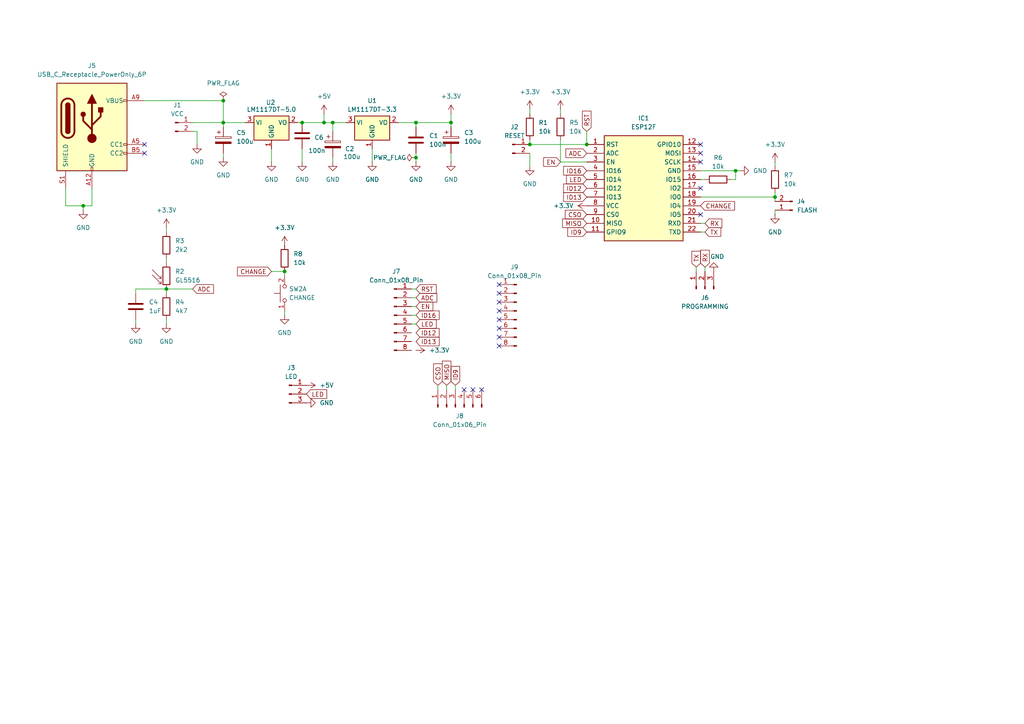
<source format=kicad_sch>
(kicad_sch
	(version 20231120)
	(generator "eeschema")
	(generator_version "8.0")
	(uuid "ae95dc96-0483-4693-9225-c02774a7bcfa")
	(paper "A4")
	(lib_symbols
		(symbol "Connector:Conn_01x02_Pin"
			(pin_names
				(offset 1.016) hide)
			(exclude_from_sim no)
			(in_bom yes)
			(on_board yes)
			(property "Reference" "J"
				(at 0 2.54 0)
				(effects
					(font
						(size 1.27 1.27)
					)
				)
			)
			(property "Value" "Conn_01x02_Pin"
				(at 0 -5.08 0)
				(effects
					(font
						(size 1.27 1.27)
					)
				)
			)
			(property "Footprint" ""
				(at 0 0 0)
				(effects
					(font
						(size 1.27 1.27)
					)
					(hide yes)
				)
			)
			(property "Datasheet" "~"
				(at 0 0 0)
				(effects
					(font
						(size 1.27 1.27)
					)
					(hide yes)
				)
			)
			(property "Description" "Generic connector, single row, 01x02, script generated"
				(at 0 0 0)
				(effects
					(font
						(size 1.27 1.27)
					)
					(hide yes)
				)
			)
			(property "ki_locked" ""
				(at 0 0 0)
				(effects
					(font
						(size 1.27 1.27)
					)
				)
			)
			(property "ki_keywords" "connector"
				(at 0 0 0)
				(effects
					(font
						(size 1.27 1.27)
					)
					(hide yes)
				)
			)
			(property "ki_fp_filters" "Connector*:*_1x??_*"
				(at 0 0 0)
				(effects
					(font
						(size 1.27 1.27)
					)
					(hide yes)
				)
			)
			(symbol "Conn_01x02_Pin_1_1"
				(polyline
					(pts
						(xy 1.27 -2.54) (xy 0.8636 -2.54)
					)
					(stroke
						(width 0.1524)
						(type default)
					)
					(fill
						(type none)
					)
				)
				(polyline
					(pts
						(xy 1.27 0) (xy 0.8636 0)
					)
					(stroke
						(width 0.1524)
						(type default)
					)
					(fill
						(type none)
					)
				)
				(rectangle
					(start 0.8636 -2.413)
					(end 0 -2.667)
					(stroke
						(width 0.1524)
						(type default)
					)
					(fill
						(type outline)
					)
				)
				(rectangle
					(start 0.8636 0.127)
					(end 0 -0.127)
					(stroke
						(width 0.1524)
						(type default)
					)
					(fill
						(type outline)
					)
				)
				(pin passive line
					(at 5.08 0 180)
					(length 3.81)
					(name "Pin_1"
						(effects
							(font
								(size 1.27 1.27)
							)
						)
					)
					(number "1"
						(effects
							(font
								(size 1.27 1.27)
							)
						)
					)
				)
				(pin passive line
					(at 5.08 -2.54 180)
					(length 3.81)
					(name "Pin_2"
						(effects
							(font
								(size 1.27 1.27)
							)
						)
					)
					(number "2"
						(effects
							(font
								(size 1.27 1.27)
							)
						)
					)
				)
			)
		)
		(symbol "Connector:Conn_01x03_Pin"
			(pin_names
				(offset 1.016) hide)
			(exclude_from_sim no)
			(in_bom yes)
			(on_board yes)
			(property "Reference" "J"
				(at 0 5.08 0)
				(effects
					(font
						(size 1.27 1.27)
					)
				)
			)
			(property "Value" "Conn_01x03_Pin"
				(at 0 -5.08 0)
				(effects
					(font
						(size 1.27 1.27)
					)
				)
			)
			(property "Footprint" ""
				(at 0 0 0)
				(effects
					(font
						(size 1.27 1.27)
					)
					(hide yes)
				)
			)
			(property "Datasheet" "~"
				(at 0 0 0)
				(effects
					(font
						(size 1.27 1.27)
					)
					(hide yes)
				)
			)
			(property "Description" "Generic connector, single row, 01x03, script generated"
				(at 0 0 0)
				(effects
					(font
						(size 1.27 1.27)
					)
					(hide yes)
				)
			)
			(property "ki_locked" ""
				(at 0 0 0)
				(effects
					(font
						(size 1.27 1.27)
					)
				)
			)
			(property "ki_keywords" "connector"
				(at 0 0 0)
				(effects
					(font
						(size 1.27 1.27)
					)
					(hide yes)
				)
			)
			(property "ki_fp_filters" "Connector*:*_1x??_*"
				(at 0 0 0)
				(effects
					(font
						(size 1.27 1.27)
					)
					(hide yes)
				)
			)
			(symbol "Conn_01x03_Pin_1_1"
				(polyline
					(pts
						(xy 1.27 -2.54) (xy 0.8636 -2.54)
					)
					(stroke
						(width 0.1524)
						(type default)
					)
					(fill
						(type none)
					)
				)
				(polyline
					(pts
						(xy 1.27 0) (xy 0.8636 0)
					)
					(stroke
						(width 0.1524)
						(type default)
					)
					(fill
						(type none)
					)
				)
				(polyline
					(pts
						(xy 1.27 2.54) (xy 0.8636 2.54)
					)
					(stroke
						(width 0.1524)
						(type default)
					)
					(fill
						(type none)
					)
				)
				(rectangle
					(start 0.8636 -2.413)
					(end 0 -2.667)
					(stroke
						(width 0.1524)
						(type default)
					)
					(fill
						(type outline)
					)
				)
				(rectangle
					(start 0.8636 0.127)
					(end 0 -0.127)
					(stroke
						(width 0.1524)
						(type default)
					)
					(fill
						(type outline)
					)
				)
				(rectangle
					(start 0.8636 2.667)
					(end 0 2.413)
					(stroke
						(width 0.1524)
						(type default)
					)
					(fill
						(type outline)
					)
				)
				(pin passive line
					(at 5.08 2.54 180)
					(length 3.81)
					(name "Pin_1"
						(effects
							(font
								(size 1.27 1.27)
							)
						)
					)
					(number "1"
						(effects
							(font
								(size 1.27 1.27)
							)
						)
					)
				)
				(pin passive line
					(at 5.08 0 180)
					(length 3.81)
					(name "Pin_2"
						(effects
							(font
								(size 1.27 1.27)
							)
						)
					)
					(number "2"
						(effects
							(font
								(size 1.27 1.27)
							)
						)
					)
				)
				(pin passive line
					(at 5.08 -2.54 180)
					(length 3.81)
					(name "Pin_3"
						(effects
							(font
								(size 1.27 1.27)
							)
						)
					)
					(number "3"
						(effects
							(font
								(size 1.27 1.27)
							)
						)
					)
				)
			)
		)
		(symbol "Connector:Conn_01x06_Pin"
			(pin_names
				(offset 1.016) hide)
			(exclude_from_sim no)
			(in_bom yes)
			(on_board yes)
			(property "Reference" "J"
				(at 0 7.62 0)
				(effects
					(font
						(size 1.27 1.27)
					)
				)
			)
			(property "Value" "Conn_01x06_Pin"
				(at 0 -10.16 0)
				(effects
					(font
						(size 1.27 1.27)
					)
				)
			)
			(property "Footprint" ""
				(at 0 0 0)
				(effects
					(font
						(size 1.27 1.27)
					)
					(hide yes)
				)
			)
			(property "Datasheet" "~"
				(at 0 0 0)
				(effects
					(font
						(size 1.27 1.27)
					)
					(hide yes)
				)
			)
			(property "Description" "Generic connector, single row, 01x06, script generated"
				(at 0 0 0)
				(effects
					(font
						(size 1.27 1.27)
					)
					(hide yes)
				)
			)
			(property "ki_locked" ""
				(at 0 0 0)
				(effects
					(font
						(size 1.27 1.27)
					)
				)
			)
			(property "ki_keywords" "connector"
				(at 0 0 0)
				(effects
					(font
						(size 1.27 1.27)
					)
					(hide yes)
				)
			)
			(property "ki_fp_filters" "Connector*:*_1x??_*"
				(at 0 0 0)
				(effects
					(font
						(size 1.27 1.27)
					)
					(hide yes)
				)
			)
			(symbol "Conn_01x06_Pin_1_1"
				(polyline
					(pts
						(xy 1.27 -7.62) (xy 0.8636 -7.62)
					)
					(stroke
						(width 0.1524)
						(type default)
					)
					(fill
						(type none)
					)
				)
				(polyline
					(pts
						(xy 1.27 -5.08) (xy 0.8636 -5.08)
					)
					(stroke
						(width 0.1524)
						(type default)
					)
					(fill
						(type none)
					)
				)
				(polyline
					(pts
						(xy 1.27 -2.54) (xy 0.8636 -2.54)
					)
					(stroke
						(width 0.1524)
						(type default)
					)
					(fill
						(type none)
					)
				)
				(polyline
					(pts
						(xy 1.27 0) (xy 0.8636 0)
					)
					(stroke
						(width 0.1524)
						(type default)
					)
					(fill
						(type none)
					)
				)
				(polyline
					(pts
						(xy 1.27 2.54) (xy 0.8636 2.54)
					)
					(stroke
						(width 0.1524)
						(type default)
					)
					(fill
						(type none)
					)
				)
				(polyline
					(pts
						(xy 1.27 5.08) (xy 0.8636 5.08)
					)
					(stroke
						(width 0.1524)
						(type default)
					)
					(fill
						(type none)
					)
				)
				(rectangle
					(start 0.8636 -7.493)
					(end 0 -7.747)
					(stroke
						(width 0.1524)
						(type default)
					)
					(fill
						(type outline)
					)
				)
				(rectangle
					(start 0.8636 -4.953)
					(end 0 -5.207)
					(stroke
						(width 0.1524)
						(type default)
					)
					(fill
						(type outline)
					)
				)
				(rectangle
					(start 0.8636 -2.413)
					(end 0 -2.667)
					(stroke
						(width 0.1524)
						(type default)
					)
					(fill
						(type outline)
					)
				)
				(rectangle
					(start 0.8636 0.127)
					(end 0 -0.127)
					(stroke
						(width 0.1524)
						(type default)
					)
					(fill
						(type outline)
					)
				)
				(rectangle
					(start 0.8636 2.667)
					(end 0 2.413)
					(stroke
						(width 0.1524)
						(type default)
					)
					(fill
						(type outline)
					)
				)
				(rectangle
					(start 0.8636 5.207)
					(end 0 4.953)
					(stroke
						(width 0.1524)
						(type default)
					)
					(fill
						(type outline)
					)
				)
				(pin passive line
					(at 5.08 5.08 180)
					(length 3.81)
					(name "Pin_1"
						(effects
							(font
								(size 1.27 1.27)
							)
						)
					)
					(number "1"
						(effects
							(font
								(size 1.27 1.27)
							)
						)
					)
				)
				(pin passive line
					(at 5.08 2.54 180)
					(length 3.81)
					(name "Pin_2"
						(effects
							(font
								(size 1.27 1.27)
							)
						)
					)
					(number "2"
						(effects
							(font
								(size 1.27 1.27)
							)
						)
					)
				)
				(pin passive line
					(at 5.08 0 180)
					(length 3.81)
					(name "Pin_3"
						(effects
							(font
								(size 1.27 1.27)
							)
						)
					)
					(number "3"
						(effects
							(font
								(size 1.27 1.27)
							)
						)
					)
				)
				(pin passive line
					(at 5.08 -2.54 180)
					(length 3.81)
					(name "Pin_4"
						(effects
							(font
								(size 1.27 1.27)
							)
						)
					)
					(number "4"
						(effects
							(font
								(size 1.27 1.27)
							)
						)
					)
				)
				(pin passive line
					(at 5.08 -5.08 180)
					(length 3.81)
					(name "Pin_5"
						(effects
							(font
								(size 1.27 1.27)
							)
						)
					)
					(number "5"
						(effects
							(font
								(size 1.27 1.27)
							)
						)
					)
				)
				(pin passive line
					(at 5.08 -7.62 180)
					(length 3.81)
					(name "Pin_6"
						(effects
							(font
								(size 1.27 1.27)
							)
						)
					)
					(number "6"
						(effects
							(font
								(size 1.27 1.27)
							)
						)
					)
				)
			)
		)
		(symbol "Connector:Conn_01x08_Pin"
			(pin_names
				(offset 1.016) hide)
			(exclude_from_sim no)
			(in_bom yes)
			(on_board yes)
			(property "Reference" "J"
				(at 0 10.16 0)
				(effects
					(font
						(size 1.27 1.27)
					)
				)
			)
			(property "Value" "Conn_01x08_Pin"
				(at 0 -12.7 0)
				(effects
					(font
						(size 1.27 1.27)
					)
				)
			)
			(property "Footprint" ""
				(at 0 0 0)
				(effects
					(font
						(size 1.27 1.27)
					)
					(hide yes)
				)
			)
			(property "Datasheet" "~"
				(at 0 0 0)
				(effects
					(font
						(size 1.27 1.27)
					)
					(hide yes)
				)
			)
			(property "Description" "Generic connector, single row, 01x08, script generated"
				(at 0 0 0)
				(effects
					(font
						(size 1.27 1.27)
					)
					(hide yes)
				)
			)
			(property "ki_locked" ""
				(at 0 0 0)
				(effects
					(font
						(size 1.27 1.27)
					)
				)
			)
			(property "ki_keywords" "connector"
				(at 0 0 0)
				(effects
					(font
						(size 1.27 1.27)
					)
					(hide yes)
				)
			)
			(property "ki_fp_filters" "Connector*:*_1x??_*"
				(at 0 0 0)
				(effects
					(font
						(size 1.27 1.27)
					)
					(hide yes)
				)
			)
			(symbol "Conn_01x08_Pin_1_1"
				(polyline
					(pts
						(xy 1.27 -10.16) (xy 0.8636 -10.16)
					)
					(stroke
						(width 0.1524)
						(type default)
					)
					(fill
						(type none)
					)
				)
				(polyline
					(pts
						(xy 1.27 -7.62) (xy 0.8636 -7.62)
					)
					(stroke
						(width 0.1524)
						(type default)
					)
					(fill
						(type none)
					)
				)
				(polyline
					(pts
						(xy 1.27 -5.08) (xy 0.8636 -5.08)
					)
					(stroke
						(width 0.1524)
						(type default)
					)
					(fill
						(type none)
					)
				)
				(polyline
					(pts
						(xy 1.27 -2.54) (xy 0.8636 -2.54)
					)
					(stroke
						(width 0.1524)
						(type default)
					)
					(fill
						(type none)
					)
				)
				(polyline
					(pts
						(xy 1.27 0) (xy 0.8636 0)
					)
					(stroke
						(width 0.1524)
						(type default)
					)
					(fill
						(type none)
					)
				)
				(polyline
					(pts
						(xy 1.27 2.54) (xy 0.8636 2.54)
					)
					(stroke
						(width 0.1524)
						(type default)
					)
					(fill
						(type none)
					)
				)
				(polyline
					(pts
						(xy 1.27 5.08) (xy 0.8636 5.08)
					)
					(stroke
						(width 0.1524)
						(type default)
					)
					(fill
						(type none)
					)
				)
				(polyline
					(pts
						(xy 1.27 7.62) (xy 0.8636 7.62)
					)
					(stroke
						(width 0.1524)
						(type default)
					)
					(fill
						(type none)
					)
				)
				(rectangle
					(start 0.8636 -10.033)
					(end 0 -10.287)
					(stroke
						(width 0.1524)
						(type default)
					)
					(fill
						(type outline)
					)
				)
				(rectangle
					(start 0.8636 -7.493)
					(end 0 -7.747)
					(stroke
						(width 0.1524)
						(type default)
					)
					(fill
						(type outline)
					)
				)
				(rectangle
					(start 0.8636 -4.953)
					(end 0 -5.207)
					(stroke
						(width 0.1524)
						(type default)
					)
					(fill
						(type outline)
					)
				)
				(rectangle
					(start 0.8636 -2.413)
					(end 0 -2.667)
					(stroke
						(width 0.1524)
						(type default)
					)
					(fill
						(type outline)
					)
				)
				(rectangle
					(start 0.8636 0.127)
					(end 0 -0.127)
					(stroke
						(width 0.1524)
						(type default)
					)
					(fill
						(type outline)
					)
				)
				(rectangle
					(start 0.8636 2.667)
					(end 0 2.413)
					(stroke
						(width 0.1524)
						(type default)
					)
					(fill
						(type outline)
					)
				)
				(rectangle
					(start 0.8636 5.207)
					(end 0 4.953)
					(stroke
						(width 0.1524)
						(type default)
					)
					(fill
						(type outline)
					)
				)
				(rectangle
					(start 0.8636 7.747)
					(end 0 7.493)
					(stroke
						(width 0.1524)
						(type default)
					)
					(fill
						(type outline)
					)
				)
				(pin passive line
					(at 5.08 7.62 180)
					(length 3.81)
					(name "Pin_1"
						(effects
							(font
								(size 1.27 1.27)
							)
						)
					)
					(number "1"
						(effects
							(font
								(size 1.27 1.27)
							)
						)
					)
				)
				(pin passive line
					(at 5.08 5.08 180)
					(length 3.81)
					(name "Pin_2"
						(effects
							(font
								(size 1.27 1.27)
							)
						)
					)
					(number "2"
						(effects
							(font
								(size 1.27 1.27)
							)
						)
					)
				)
				(pin passive line
					(at 5.08 2.54 180)
					(length 3.81)
					(name "Pin_3"
						(effects
							(font
								(size 1.27 1.27)
							)
						)
					)
					(number "3"
						(effects
							(font
								(size 1.27 1.27)
							)
						)
					)
				)
				(pin passive line
					(at 5.08 0 180)
					(length 3.81)
					(name "Pin_4"
						(effects
							(font
								(size 1.27 1.27)
							)
						)
					)
					(number "4"
						(effects
							(font
								(size 1.27 1.27)
							)
						)
					)
				)
				(pin passive line
					(at 5.08 -2.54 180)
					(length 3.81)
					(name "Pin_5"
						(effects
							(font
								(size 1.27 1.27)
							)
						)
					)
					(number "5"
						(effects
							(font
								(size 1.27 1.27)
							)
						)
					)
				)
				(pin passive line
					(at 5.08 -5.08 180)
					(length 3.81)
					(name "Pin_6"
						(effects
							(font
								(size 1.27 1.27)
							)
						)
					)
					(number "6"
						(effects
							(font
								(size 1.27 1.27)
							)
						)
					)
				)
				(pin passive line
					(at 5.08 -7.62 180)
					(length 3.81)
					(name "Pin_7"
						(effects
							(font
								(size 1.27 1.27)
							)
						)
					)
					(number "7"
						(effects
							(font
								(size 1.27 1.27)
							)
						)
					)
				)
				(pin passive line
					(at 5.08 -10.16 180)
					(length 3.81)
					(name "Pin_8"
						(effects
							(font
								(size 1.27 1.27)
							)
						)
					)
					(number "8"
						(effects
							(font
								(size 1.27 1.27)
							)
						)
					)
				)
			)
		)
		(symbol "Connector:USB_C_Receptacle_PowerOnly_6P"
			(pin_names
				(offset 1.016)
			)
			(exclude_from_sim no)
			(in_bom yes)
			(on_board yes)
			(property "Reference" "J"
				(at 0 16.51 0)
				(effects
					(font
						(size 1.27 1.27)
					)
					(justify bottom)
				)
			)
			(property "Value" "USB_C_Receptacle_PowerOnly_6P"
				(at 0 13.97 0)
				(effects
					(font
						(size 1.27 1.27)
					)
					(justify bottom)
				)
			)
			(property "Footprint" ""
				(at 3.81 2.54 0)
				(effects
					(font
						(size 1.27 1.27)
					)
					(hide yes)
				)
			)
			(property "Datasheet" "https://www.usb.org/sites/default/files/documents/usb_type-c.zip"
				(at 0 0 0)
				(effects
					(font
						(size 1.27 1.27)
					)
					(hide yes)
				)
			)
			(property "Description" "USB Power-Only 6P Type-C Receptacle connector"
				(at 0 0 0)
				(effects
					(font
						(size 1.27 1.27)
					)
					(hide yes)
				)
			)
			(property "ki_keywords" "usb universal serial bus type-C power-only charging-only 6P 6C"
				(at 0 0 0)
				(effects
					(font
						(size 1.27 1.27)
					)
					(hide yes)
				)
			)
			(property "ki_fp_filters" "USB*C*Receptacle*"
				(at 0 0 0)
				(effects
					(font
						(size 1.27 1.27)
					)
					(hide yes)
				)
			)
			(symbol "USB_C_Receptacle_PowerOnly_6P_0_0"
				(rectangle
					(start -0.254 -12.7)
					(end 0.254 -11.684)
					(stroke
						(width 0)
						(type default)
					)
					(fill
						(type none)
					)
				)
				(rectangle
					(start 10.16 -7.366)
					(end 9.144 -7.874)
					(stroke
						(width 0)
						(type default)
					)
					(fill
						(type none)
					)
				)
				(rectangle
					(start 10.16 -4.826)
					(end 9.144 -5.334)
					(stroke
						(width 0)
						(type default)
					)
					(fill
						(type none)
					)
				)
				(rectangle
					(start 10.16 7.874)
					(end 9.144 7.366)
					(stroke
						(width 0)
						(type default)
					)
					(fill
						(type none)
					)
				)
			)
			(symbol "USB_C_Receptacle_PowerOnly_6P_0_1"
				(rectangle
					(start -10.16 12.7)
					(end 10.16 -12.7)
					(stroke
						(width 0.254)
						(type default)
					)
					(fill
						(type background)
					)
				)
				(arc
					(start -8.89 -1.27)
					(mid -6.985 -3.1667)
					(end -5.08 -1.27)
					(stroke
						(width 0.508)
						(type default)
					)
					(fill
						(type none)
					)
				)
				(arc
					(start -7.62 -1.27)
					(mid -6.985 -1.9023)
					(end -6.35 -1.27)
					(stroke
						(width 0.254)
						(type default)
					)
					(fill
						(type none)
					)
				)
				(arc
					(start -7.62 -1.27)
					(mid -6.985 -1.9023)
					(end -6.35 -1.27)
					(stroke
						(width 0.254)
						(type default)
					)
					(fill
						(type outline)
					)
				)
				(rectangle
					(start -7.62 -1.27)
					(end -6.35 6.35)
					(stroke
						(width 0.254)
						(type default)
					)
					(fill
						(type outline)
					)
				)
				(arc
					(start -6.35 6.35)
					(mid -6.985 6.9823)
					(end -7.62 6.35)
					(stroke
						(width 0.254)
						(type default)
					)
					(fill
						(type none)
					)
				)
				(arc
					(start -6.35 6.35)
					(mid -6.985 6.9823)
					(end -7.62 6.35)
					(stroke
						(width 0.254)
						(type default)
					)
					(fill
						(type outline)
					)
				)
				(arc
					(start -5.08 6.35)
					(mid -6.985 8.2467)
					(end -8.89 6.35)
					(stroke
						(width 0.508)
						(type default)
					)
					(fill
						(type none)
					)
				)
				(circle
					(center -2.54 3.683)
					(radius 0.635)
					(stroke
						(width 0.254)
						(type default)
					)
					(fill
						(type outline)
					)
				)
				(circle
					(center 0 -3.302)
					(radius 1.27)
					(stroke
						(width 0)
						(type default)
					)
					(fill
						(type outline)
					)
				)
				(polyline
					(pts
						(xy -8.89 -1.27) (xy -8.89 6.35)
					)
					(stroke
						(width 0.508)
						(type default)
					)
					(fill
						(type none)
					)
				)
				(polyline
					(pts
						(xy -5.08 6.35) (xy -5.08 -1.27)
					)
					(stroke
						(width 0.508)
						(type default)
					)
					(fill
						(type none)
					)
				)
				(polyline
					(pts
						(xy 0 -3.302) (xy 0 6.858)
					)
					(stroke
						(width 0.508)
						(type default)
					)
					(fill
						(type none)
					)
				)
				(polyline
					(pts
						(xy 0 -0.762) (xy -2.54 1.778) (xy -2.54 3.048)
					)
					(stroke
						(width 0.508)
						(type default)
					)
					(fill
						(type none)
					)
				)
				(polyline
					(pts
						(xy 0 0.508) (xy 2.54 3.048) (xy 2.54 4.318)
					)
					(stroke
						(width 0.508)
						(type default)
					)
					(fill
						(type none)
					)
				)
				(polyline
					(pts
						(xy -1.27 6.858) (xy 0 9.398) (xy 1.27 6.858) (xy -1.27 6.858)
					)
					(stroke
						(width 0.254)
						(type default)
					)
					(fill
						(type outline)
					)
				)
				(rectangle
					(start 1.905 4.318)
					(end 3.175 5.588)
					(stroke
						(width 0.254)
						(type default)
					)
					(fill
						(type outline)
					)
				)
			)
			(symbol "USB_C_Receptacle_PowerOnly_6P_1_1"
				(pin passive line
					(at 0 -17.78 90)
					(length 5.08)
					(name "GND"
						(effects
							(font
								(size 1.27 1.27)
							)
						)
					)
					(number "A12"
						(effects
							(font
								(size 1.27 1.27)
							)
						)
					)
				)
				(pin bidirectional line
					(at 15.24 -5.08 180)
					(length 5.08)
					(name "CC1"
						(effects
							(font
								(size 1.27 1.27)
							)
						)
					)
					(number "A5"
						(effects
							(font
								(size 1.27 1.27)
							)
						)
					)
				)
				(pin passive line
					(at 15.24 7.62 180)
					(length 5.08)
					(name "VBUS"
						(effects
							(font
								(size 1.27 1.27)
							)
						)
					)
					(number "A9"
						(effects
							(font
								(size 1.27 1.27)
							)
						)
					)
				)
				(pin passive line
					(at 0 -17.78 90)
					(length 5.08) hide
					(name "GND"
						(effects
							(font
								(size 1.27 1.27)
							)
						)
					)
					(number "B12"
						(effects
							(font
								(size 1.27 1.27)
							)
						)
					)
				)
				(pin bidirectional line
					(at 15.24 -7.62 180)
					(length 5.08)
					(name "CC2"
						(effects
							(font
								(size 1.27 1.27)
							)
						)
					)
					(number "B5"
						(effects
							(font
								(size 1.27 1.27)
							)
						)
					)
				)
				(pin passive line
					(at 15.24 7.62 180)
					(length 5.08) hide
					(name "VBUS"
						(effects
							(font
								(size 1.27 1.27)
							)
						)
					)
					(number "B9"
						(effects
							(font
								(size 1.27 1.27)
							)
						)
					)
				)
				(pin passive line
					(at -7.62 -17.78 90)
					(length 5.08)
					(name "SHIELD"
						(effects
							(font
								(size 1.27 1.27)
							)
						)
					)
					(number "S1"
						(effects
							(font
								(size 1.27 1.27)
							)
						)
					)
				)
			)
		)
		(symbol "Device:C"
			(pin_numbers hide)
			(pin_names
				(offset 0.254)
			)
			(exclude_from_sim no)
			(in_bom yes)
			(on_board yes)
			(property "Reference" "C"
				(at 0.635 2.54 0)
				(effects
					(font
						(size 1.27 1.27)
					)
					(justify left)
				)
			)
			(property "Value" "C"
				(at 0.635 -2.54 0)
				(effects
					(font
						(size 1.27 1.27)
					)
					(justify left)
				)
			)
			(property "Footprint" ""
				(at 0.9652 -3.81 0)
				(effects
					(font
						(size 1.27 1.27)
					)
					(hide yes)
				)
			)
			(property "Datasheet" "~"
				(at 0 0 0)
				(effects
					(font
						(size 1.27 1.27)
					)
					(hide yes)
				)
			)
			(property "Description" "Unpolarized capacitor"
				(at 0 0 0)
				(effects
					(font
						(size 1.27 1.27)
					)
					(hide yes)
				)
			)
			(property "ki_keywords" "cap capacitor"
				(at 0 0 0)
				(effects
					(font
						(size 1.27 1.27)
					)
					(hide yes)
				)
			)
			(property "ki_fp_filters" "C_*"
				(at 0 0 0)
				(effects
					(font
						(size 1.27 1.27)
					)
					(hide yes)
				)
			)
			(symbol "C_0_1"
				(polyline
					(pts
						(xy -2.032 -0.762) (xy 2.032 -0.762)
					)
					(stroke
						(width 0.508)
						(type default)
					)
					(fill
						(type none)
					)
				)
				(polyline
					(pts
						(xy -2.032 0.762) (xy 2.032 0.762)
					)
					(stroke
						(width 0.508)
						(type default)
					)
					(fill
						(type none)
					)
				)
			)
			(symbol "C_1_1"
				(pin passive line
					(at 0 3.81 270)
					(length 2.794)
					(name "~"
						(effects
							(font
								(size 1.27 1.27)
							)
						)
					)
					(number "1"
						(effects
							(font
								(size 1.27 1.27)
							)
						)
					)
				)
				(pin passive line
					(at 0 -3.81 90)
					(length 2.794)
					(name "~"
						(effects
							(font
								(size 1.27 1.27)
							)
						)
					)
					(number "2"
						(effects
							(font
								(size 1.27 1.27)
							)
						)
					)
				)
			)
		)
		(symbol "Device:C_Polarized"
			(pin_numbers hide)
			(pin_names
				(offset 0.254)
			)
			(exclude_from_sim no)
			(in_bom yes)
			(on_board yes)
			(property "Reference" "C"
				(at 0.635 2.54 0)
				(effects
					(font
						(size 1.27 1.27)
					)
					(justify left)
				)
			)
			(property "Value" "C_Polarized"
				(at 0.635 -2.54 0)
				(effects
					(font
						(size 1.27 1.27)
					)
					(justify left)
				)
			)
			(property "Footprint" ""
				(at 0.9652 -3.81 0)
				(effects
					(font
						(size 1.27 1.27)
					)
					(hide yes)
				)
			)
			(property "Datasheet" "~"
				(at 0 0 0)
				(effects
					(font
						(size 1.27 1.27)
					)
					(hide yes)
				)
			)
			(property "Description" "Polarized capacitor"
				(at 0 0 0)
				(effects
					(font
						(size 1.27 1.27)
					)
					(hide yes)
				)
			)
			(property "ki_keywords" "cap capacitor"
				(at 0 0 0)
				(effects
					(font
						(size 1.27 1.27)
					)
					(hide yes)
				)
			)
			(property "ki_fp_filters" "CP_*"
				(at 0 0 0)
				(effects
					(font
						(size 1.27 1.27)
					)
					(hide yes)
				)
			)
			(symbol "C_Polarized_0_1"
				(rectangle
					(start -2.286 0.508)
					(end 2.286 1.016)
					(stroke
						(width 0)
						(type default)
					)
					(fill
						(type none)
					)
				)
				(polyline
					(pts
						(xy -1.778 2.286) (xy -0.762 2.286)
					)
					(stroke
						(width 0)
						(type default)
					)
					(fill
						(type none)
					)
				)
				(polyline
					(pts
						(xy -1.27 2.794) (xy -1.27 1.778)
					)
					(stroke
						(width 0)
						(type default)
					)
					(fill
						(type none)
					)
				)
				(rectangle
					(start 2.286 -0.508)
					(end -2.286 -1.016)
					(stroke
						(width 0)
						(type default)
					)
					(fill
						(type outline)
					)
				)
			)
			(symbol "C_Polarized_1_1"
				(pin passive line
					(at 0 3.81 270)
					(length 2.794)
					(name "~"
						(effects
							(font
								(size 1.27 1.27)
							)
						)
					)
					(number "1"
						(effects
							(font
								(size 1.27 1.27)
							)
						)
					)
				)
				(pin passive line
					(at 0 -3.81 90)
					(length 2.794)
					(name "~"
						(effects
							(font
								(size 1.27 1.27)
							)
						)
					)
					(number "2"
						(effects
							(font
								(size 1.27 1.27)
							)
						)
					)
				)
			)
		)
		(symbol "Device:R"
			(pin_numbers hide)
			(pin_names
				(offset 0)
			)
			(exclude_from_sim no)
			(in_bom yes)
			(on_board yes)
			(property "Reference" "R"
				(at 2.032 0 90)
				(effects
					(font
						(size 1.27 1.27)
					)
				)
			)
			(property "Value" "R"
				(at 0 0 90)
				(effects
					(font
						(size 1.27 1.27)
					)
				)
			)
			(property "Footprint" ""
				(at -1.778 0 90)
				(effects
					(font
						(size 1.27 1.27)
					)
					(hide yes)
				)
			)
			(property "Datasheet" "~"
				(at 0 0 0)
				(effects
					(font
						(size 1.27 1.27)
					)
					(hide yes)
				)
			)
			(property "Description" "Resistor"
				(at 0 0 0)
				(effects
					(font
						(size 1.27 1.27)
					)
					(hide yes)
				)
			)
			(property "ki_keywords" "R res resistor"
				(at 0 0 0)
				(effects
					(font
						(size 1.27 1.27)
					)
					(hide yes)
				)
			)
			(property "ki_fp_filters" "R_*"
				(at 0 0 0)
				(effects
					(font
						(size 1.27 1.27)
					)
					(hide yes)
				)
			)
			(symbol "R_0_1"
				(rectangle
					(start -1.016 -2.54)
					(end 1.016 2.54)
					(stroke
						(width 0.254)
						(type default)
					)
					(fill
						(type none)
					)
				)
			)
			(symbol "R_1_1"
				(pin passive line
					(at 0 3.81 270)
					(length 1.27)
					(name "~"
						(effects
							(font
								(size 1.27 1.27)
							)
						)
					)
					(number "1"
						(effects
							(font
								(size 1.27 1.27)
							)
						)
					)
				)
				(pin passive line
					(at 0 -3.81 90)
					(length 1.27)
					(name "~"
						(effects
							(font
								(size 1.27 1.27)
							)
						)
					)
					(number "2"
						(effects
							(font
								(size 1.27 1.27)
							)
						)
					)
				)
			)
		)
		(symbol "Device:R_Photo"
			(pin_numbers hide)
			(pin_names
				(offset 0)
			)
			(exclude_from_sim no)
			(in_bom yes)
			(on_board yes)
			(property "Reference" "R"
				(at 1.27 1.27 0)
				(effects
					(font
						(size 1.27 1.27)
					)
					(justify left)
				)
			)
			(property "Value" "R_Photo"
				(at 1.27 0 0)
				(effects
					(font
						(size 1.27 1.27)
					)
					(justify left top)
				)
			)
			(property "Footprint" ""
				(at 1.27 -6.35 90)
				(effects
					(font
						(size 1.27 1.27)
					)
					(justify left)
					(hide yes)
				)
			)
			(property "Datasheet" "~"
				(at 0 -1.27 0)
				(effects
					(font
						(size 1.27 1.27)
					)
					(hide yes)
				)
			)
			(property "Description" "Photoresistor"
				(at 0 0 0)
				(effects
					(font
						(size 1.27 1.27)
					)
					(hide yes)
				)
			)
			(property "ki_keywords" "resistor variable light sensitive opto LDR"
				(at 0 0 0)
				(effects
					(font
						(size 1.27 1.27)
					)
					(hide yes)
				)
			)
			(property "ki_fp_filters" "*LDR* R?LDR*"
				(at 0 0 0)
				(effects
					(font
						(size 1.27 1.27)
					)
					(hide yes)
				)
			)
			(symbol "R_Photo_0_1"
				(rectangle
					(start -1.016 2.54)
					(end 1.016 -2.54)
					(stroke
						(width 0.254)
						(type default)
					)
					(fill
						(type none)
					)
				)
				(polyline
					(pts
						(xy -1.524 -2.286) (xy -4.064 0.254)
					)
					(stroke
						(width 0)
						(type default)
					)
					(fill
						(type none)
					)
				)
				(polyline
					(pts
						(xy -1.524 -2.286) (xy -2.286 -2.286)
					)
					(stroke
						(width 0)
						(type default)
					)
					(fill
						(type none)
					)
				)
				(polyline
					(pts
						(xy -1.524 -2.286) (xy -1.524 -1.524)
					)
					(stroke
						(width 0)
						(type default)
					)
					(fill
						(type none)
					)
				)
				(polyline
					(pts
						(xy -1.524 -0.762) (xy -4.064 1.778)
					)
					(stroke
						(width 0)
						(type default)
					)
					(fill
						(type none)
					)
				)
				(polyline
					(pts
						(xy -1.524 -0.762) (xy -2.286 -0.762)
					)
					(stroke
						(width 0)
						(type default)
					)
					(fill
						(type none)
					)
				)
				(polyline
					(pts
						(xy -1.524 -0.762) (xy -1.524 0)
					)
					(stroke
						(width 0)
						(type default)
					)
					(fill
						(type none)
					)
				)
			)
			(symbol "R_Photo_1_1"
				(pin passive line
					(at 0 3.81 270)
					(length 1.27)
					(name "~"
						(effects
							(font
								(size 1.27 1.27)
							)
						)
					)
					(number "1"
						(effects
							(font
								(size 1.27 1.27)
							)
						)
					)
				)
				(pin passive line
					(at 0 -3.81 90)
					(length 1.27)
					(name "~"
						(effects
							(font
								(size 1.27 1.27)
							)
						)
					)
					(number "2"
						(effects
							(font
								(size 1.27 1.27)
							)
						)
					)
				)
			)
		)
		(symbol "Regulator_Linear:LM1117DT-3.3"
			(exclude_from_sim no)
			(in_bom yes)
			(on_board yes)
			(property "Reference" "U"
				(at -3.81 3.175 0)
				(effects
					(font
						(size 1.27 1.27)
					)
				)
			)
			(property "Value" "LM1117DT-3.3"
				(at 0 3.175 0)
				(effects
					(font
						(size 1.27 1.27)
					)
					(justify left)
				)
			)
			(property "Footprint" "Package_TO_SOT_SMD:TO-252-3_TabPin2"
				(at 0 0 0)
				(effects
					(font
						(size 1.27 1.27)
					)
					(hide yes)
				)
			)
			(property "Datasheet" "http://www.ti.com/lit/ds/symlink/lm1117.pdf"
				(at 0 0 0)
				(effects
					(font
						(size 1.27 1.27)
					)
					(hide yes)
				)
			)
			(property "Description" "800mA Low-Dropout Linear Regulator, 3.3V fixed output, TO-252"
				(at 0 0 0)
				(effects
					(font
						(size 1.27 1.27)
					)
					(hide yes)
				)
			)
			(property "ki_keywords" "linear regulator ldo fixed positive"
				(at 0 0 0)
				(effects
					(font
						(size 1.27 1.27)
					)
					(hide yes)
				)
			)
			(property "ki_fp_filters" "TO?252*"
				(at 0 0 0)
				(effects
					(font
						(size 1.27 1.27)
					)
					(hide yes)
				)
			)
			(symbol "LM1117DT-3.3_0_1"
				(rectangle
					(start -5.08 -5.08)
					(end 5.08 1.905)
					(stroke
						(width 0.254)
						(type default)
					)
					(fill
						(type background)
					)
				)
			)
			(symbol "LM1117DT-3.3_1_1"
				(pin power_in line
					(at 0 -7.62 90)
					(length 2.54)
					(name "GND"
						(effects
							(font
								(size 1.27 1.27)
							)
						)
					)
					(number "1"
						(effects
							(font
								(size 1.27 1.27)
							)
						)
					)
				)
				(pin power_out line
					(at 7.62 0 180)
					(length 2.54)
					(name "VO"
						(effects
							(font
								(size 1.27 1.27)
							)
						)
					)
					(number "2"
						(effects
							(font
								(size 1.27 1.27)
							)
						)
					)
				)
				(pin power_in line
					(at -7.62 0 0)
					(length 2.54)
					(name "VI"
						(effects
							(font
								(size 1.27 1.27)
							)
						)
					)
					(number "3"
						(effects
							(font
								(size 1.27 1.27)
							)
						)
					)
				)
			)
		)
		(symbol "Regulator_Linear:LM1117DT-5.0"
			(exclude_from_sim no)
			(in_bom yes)
			(on_board yes)
			(property "Reference" "U"
				(at -3.81 3.175 0)
				(effects
					(font
						(size 1.27 1.27)
					)
				)
			)
			(property "Value" "LM1117DT-5.0"
				(at 0 3.175 0)
				(effects
					(font
						(size 1.27 1.27)
					)
					(justify left)
				)
			)
			(property "Footprint" "Package_TO_SOT_SMD:TO-252-3_TabPin2"
				(at 0 0 0)
				(effects
					(font
						(size 1.27 1.27)
					)
					(hide yes)
				)
			)
			(property "Datasheet" "http://www.ti.com/lit/ds/symlink/lm1117.pdf"
				(at 0 0 0)
				(effects
					(font
						(size 1.27 1.27)
					)
					(hide yes)
				)
			)
			(property "Description" "800mA Low-Dropout Linear Regulator, 5.0V fixed output, TO-252"
				(at 0 0 0)
				(effects
					(font
						(size 1.27 1.27)
					)
					(hide yes)
				)
			)
			(property "ki_keywords" "linear regulator ldo fixed positive"
				(at 0 0 0)
				(effects
					(font
						(size 1.27 1.27)
					)
					(hide yes)
				)
			)
			(property "ki_fp_filters" "TO?252*"
				(at 0 0 0)
				(effects
					(font
						(size 1.27 1.27)
					)
					(hide yes)
				)
			)
			(symbol "LM1117DT-5.0_0_1"
				(rectangle
					(start -5.08 -5.08)
					(end 5.08 1.905)
					(stroke
						(width 0.254)
						(type default)
					)
					(fill
						(type background)
					)
				)
			)
			(symbol "LM1117DT-5.0_1_1"
				(pin power_in line
					(at 0 -7.62 90)
					(length 2.54)
					(name "GND"
						(effects
							(font
								(size 1.27 1.27)
							)
						)
					)
					(number "1"
						(effects
							(font
								(size 1.27 1.27)
							)
						)
					)
				)
				(pin power_out line
					(at 7.62 0 180)
					(length 2.54)
					(name "VO"
						(effects
							(font
								(size 1.27 1.27)
							)
						)
					)
					(number "2"
						(effects
							(font
								(size 1.27 1.27)
							)
						)
					)
				)
				(pin power_in line
					(at -7.62 0 0)
					(length 2.54)
					(name "VI"
						(effects
							(font
								(size 1.27 1.27)
							)
						)
					)
					(number "3"
						(effects
							(font
								(size 1.27 1.27)
							)
						)
					)
				)
			)
		)
		(symbol "SamacSys_Parts:ESP12F"
			(exclude_from_sim no)
			(in_bom yes)
			(on_board yes)
			(property "Reference" "IC"
				(at 29.21 7.62 0)
				(effects
					(font
						(size 1.27 1.27)
					)
					(justify left top)
				)
			)
			(property "Value" "ESP12F"
				(at 29.21 5.08 0)
				(effects
					(font
						(size 1.27 1.27)
					)
					(justify left top)
				)
			)
			(property "Footprint" "ESP12F"
				(at 29.21 -94.92 0)
				(effects
					(font
						(size 1.27 1.27)
					)
					(justify left top)
					(hide yes)
				)
			)
			(property "Datasheet" "https://docs.ai-thinker.com/_media/esp8266/docs/esp-12f_product_specification_en.pdf"
				(at 29.21 -194.92 0)
				(effects
					(font
						(size 1.27 1.27)
					)
					(justify left top)
					(hide yes)
				)
			)
			(property "Description" "Wifi Wireless IoT Board Module Communication, UART/GPIO/ADC/PWM, voltage: 3.3V Working current: 240mA(MAX)"
				(at 0 0 0)
				(effects
					(font
						(size 1.27 1.27)
					)
					(hide yes)
				)
			)
			(property "Height" "3.1"
				(at 29.21 -394.92 0)
				(effects
					(font
						(size 1.27 1.27)
					)
					(justify left top)
					(hide yes)
				)
			)
			(property "Manufacturer_Name" "Espressif Systems"
				(at 29.21 -494.92 0)
				(effects
					(font
						(size 1.27 1.27)
					)
					(justify left top)
					(hide yes)
				)
			)
			(property "Manufacturer_Part_Number" "ESP12F"
				(at 29.21 -594.92 0)
				(effects
					(font
						(size 1.27 1.27)
					)
					(justify left top)
					(hide yes)
				)
			)
			(property "Mouser Part Number" ""
				(at 29.21 -694.92 0)
				(effects
					(font
						(size 1.27 1.27)
					)
					(justify left top)
					(hide yes)
				)
			)
			(property "Mouser Price/Stock" ""
				(at 29.21 -794.92 0)
				(effects
					(font
						(size 1.27 1.27)
					)
					(justify left top)
					(hide yes)
				)
			)
			(property "Arrow Part Number" ""
				(at 29.21 -894.92 0)
				(effects
					(font
						(size 1.27 1.27)
					)
					(justify left top)
					(hide yes)
				)
			)
			(property "Arrow Price/Stock" ""
				(at 29.21 -994.92 0)
				(effects
					(font
						(size 1.27 1.27)
					)
					(justify left top)
					(hide yes)
				)
			)
			(symbol "ESP12F_1_1"
				(rectangle
					(start 5.08 2.54)
					(end 27.94 -27.94)
					(stroke
						(width 0.254)
						(type default)
					)
					(fill
						(type background)
					)
				)
				(pin passive line
					(at 0 0 0)
					(length 5.08)
					(name "RST"
						(effects
							(font
								(size 1.27 1.27)
							)
						)
					)
					(number "1"
						(effects
							(font
								(size 1.27 1.27)
							)
						)
					)
				)
				(pin passive line
					(at 0 -22.86 0)
					(length 5.08)
					(name "MISO"
						(effects
							(font
								(size 1.27 1.27)
							)
						)
					)
					(number "10"
						(effects
							(font
								(size 1.27 1.27)
							)
						)
					)
				)
				(pin passive line
					(at 0 -25.4 0)
					(length 5.08)
					(name "GPIO9"
						(effects
							(font
								(size 1.27 1.27)
							)
						)
					)
					(number "11"
						(effects
							(font
								(size 1.27 1.27)
							)
						)
					)
				)
				(pin passive line
					(at 33.02 0 180)
					(length 5.08)
					(name "GPIO10"
						(effects
							(font
								(size 1.27 1.27)
							)
						)
					)
					(number "12"
						(effects
							(font
								(size 1.27 1.27)
							)
						)
					)
				)
				(pin passive line
					(at 33.02 -2.54 180)
					(length 5.08)
					(name "MOSI"
						(effects
							(font
								(size 1.27 1.27)
							)
						)
					)
					(number "13"
						(effects
							(font
								(size 1.27 1.27)
							)
						)
					)
				)
				(pin passive line
					(at 33.02 -5.08 180)
					(length 5.08)
					(name "SCLK"
						(effects
							(font
								(size 1.27 1.27)
							)
						)
					)
					(number "14"
						(effects
							(font
								(size 1.27 1.27)
							)
						)
					)
				)
				(pin passive line
					(at 33.02 -7.62 180)
					(length 5.08)
					(name "GND"
						(effects
							(font
								(size 1.27 1.27)
							)
						)
					)
					(number "15"
						(effects
							(font
								(size 1.27 1.27)
							)
						)
					)
				)
				(pin passive line
					(at 33.02 -10.16 180)
					(length 5.08)
					(name "IO15"
						(effects
							(font
								(size 1.27 1.27)
							)
						)
					)
					(number "16"
						(effects
							(font
								(size 1.27 1.27)
							)
						)
					)
				)
				(pin passive line
					(at 33.02 -12.7 180)
					(length 5.08)
					(name "IO2"
						(effects
							(font
								(size 1.27 1.27)
							)
						)
					)
					(number "17"
						(effects
							(font
								(size 1.27 1.27)
							)
						)
					)
				)
				(pin passive line
					(at 33.02 -15.24 180)
					(length 5.08)
					(name "IO0"
						(effects
							(font
								(size 1.27 1.27)
							)
						)
					)
					(number "18"
						(effects
							(font
								(size 1.27 1.27)
							)
						)
					)
				)
				(pin passive line
					(at 33.02 -17.78 180)
					(length 5.08)
					(name "IO4"
						(effects
							(font
								(size 1.27 1.27)
							)
						)
					)
					(number "19"
						(effects
							(font
								(size 1.27 1.27)
							)
						)
					)
				)
				(pin passive line
					(at 0 -2.54 0)
					(length 5.08)
					(name "ADC"
						(effects
							(font
								(size 1.27 1.27)
							)
						)
					)
					(number "2"
						(effects
							(font
								(size 1.27 1.27)
							)
						)
					)
				)
				(pin passive line
					(at 33.02 -20.32 180)
					(length 5.08)
					(name "IO5"
						(effects
							(font
								(size 1.27 1.27)
							)
						)
					)
					(number "20"
						(effects
							(font
								(size 1.27 1.27)
							)
						)
					)
				)
				(pin passive line
					(at 33.02 -22.86 180)
					(length 5.08)
					(name "RXD"
						(effects
							(font
								(size 1.27 1.27)
							)
						)
					)
					(number "21"
						(effects
							(font
								(size 1.27 1.27)
							)
						)
					)
				)
				(pin passive line
					(at 33.02 -25.4 180)
					(length 5.08)
					(name "TXD"
						(effects
							(font
								(size 1.27 1.27)
							)
						)
					)
					(number "22"
						(effects
							(font
								(size 1.27 1.27)
							)
						)
					)
				)
				(pin passive line
					(at 0 -5.08 0)
					(length 5.08)
					(name "EN"
						(effects
							(font
								(size 1.27 1.27)
							)
						)
					)
					(number "3"
						(effects
							(font
								(size 1.27 1.27)
							)
						)
					)
				)
				(pin passive line
					(at 0 -7.62 0)
					(length 5.08)
					(name "IO16"
						(effects
							(font
								(size 1.27 1.27)
							)
						)
					)
					(number "4"
						(effects
							(font
								(size 1.27 1.27)
							)
						)
					)
				)
				(pin passive line
					(at 0 -10.16 0)
					(length 5.08)
					(name "IO14"
						(effects
							(font
								(size 1.27 1.27)
							)
						)
					)
					(number "5"
						(effects
							(font
								(size 1.27 1.27)
							)
						)
					)
				)
				(pin passive line
					(at 0 -12.7 0)
					(length 5.08)
					(name "IO12"
						(effects
							(font
								(size 1.27 1.27)
							)
						)
					)
					(number "6"
						(effects
							(font
								(size 1.27 1.27)
							)
						)
					)
				)
				(pin passive line
					(at 0 -15.24 0)
					(length 5.08)
					(name "IO13"
						(effects
							(font
								(size 1.27 1.27)
							)
						)
					)
					(number "7"
						(effects
							(font
								(size 1.27 1.27)
							)
						)
					)
				)
				(pin passive line
					(at 0 -17.78 0)
					(length 5.08)
					(name "VCC"
						(effects
							(font
								(size 1.27 1.27)
							)
						)
					)
					(number "8"
						(effects
							(font
								(size 1.27 1.27)
							)
						)
					)
				)
				(pin passive line
					(at 0 -20.32 0)
					(length 5.08)
					(name "CS0"
						(effects
							(font
								(size 1.27 1.27)
							)
						)
					)
					(number "9"
						(effects
							(font
								(size 1.27 1.27)
							)
						)
					)
				)
			)
		)
		(symbol "Switch:SW_Push_Dual_x2"
			(pin_names
				(offset 1.016) hide)
			(exclude_from_sim no)
			(in_bom yes)
			(on_board yes)
			(property "Reference" "SW"
				(at 1.27 2.54 0)
				(effects
					(font
						(size 1.27 1.27)
					)
					(justify left)
				)
			)
			(property "Value" "SW_Push_Dual_x2"
				(at 0 -1.524 0)
				(effects
					(font
						(size 1.27 1.27)
					)
				)
			)
			(property "Footprint" ""
				(at 0 5.08 0)
				(effects
					(font
						(size 1.27 1.27)
					)
					(hide yes)
				)
			)
			(property "Datasheet" "~"
				(at 0 5.08 0)
				(effects
					(font
						(size 1.27 1.27)
					)
					(hide yes)
				)
			)
			(property "Description" "Push button switch, generic, separate symbols, four pins"
				(at 0 0 0)
				(effects
					(font
						(size 1.27 1.27)
					)
					(hide yes)
				)
			)
			(property "ki_keywords" "switch normally-open pushbutton push-button"
				(at 0 0 0)
				(effects
					(font
						(size 1.27 1.27)
					)
					(hide yes)
				)
			)
			(symbol "SW_Push_Dual_x2_0_1"
				(circle
					(center -2.032 0)
					(radius 0.508)
					(stroke
						(width 0)
						(type default)
					)
					(fill
						(type none)
					)
				)
				(polyline
					(pts
						(xy 0 1.27) (xy 0 3.048)
					)
					(stroke
						(width 0)
						(type default)
					)
					(fill
						(type none)
					)
				)
				(polyline
					(pts
						(xy 2.54 1.27) (xy -2.54 1.27)
					)
					(stroke
						(width 0)
						(type default)
					)
					(fill
						(type none)
					)
				)
				(circle
					(center 2.032 0)
					(radius 0.508)
					(stroke
						(width 0)
						(type default)
					)
					(fill
						(type none)
					)
				)
			)
			(symbol "SW_Push_Dual_x2_1_1"
				(pin passive line
					(at -5.08 0 0)
					(length 2.54)
					(name "C"
						(effects
							(font
								(size 1.27 1.27)
							)
						)
					)
					(number "1"
						(effects
							(font
								(size 1.27 1.27)
							)
						)
					)
				)
				(pin passive line
					(at 5.08 0 180)
					(length 2.54)
					(name "D"
						(effects
							(font
								(size 1.27 1.27)
							)
						)
					)
					(number "2"
						(effects
							(font
								(size 1.27 1.27)
							)
						)
					)
				)
			)
			(symbol "SW_Push_Dual_x2_2_1"
				(pin passive line
					(at -5.08 0 0)
					(length 2.54)
					(name "C"
						(effects
							(font
								(size 1.27 1.27)
							)
						)
					)
					(number "3"
						(effects
							(font
								(size 1.27 1.27)
							)
						)
					)
				)
				(pin passive line
					(at 5.08 0 180)
					(length 2.54)
					(name "D"
						(effects
							(font
								(size 1.27 1.27)
							)
						)
					)
					(number "4"
						(effects
							(font
								(size 1.27 1.27)
							)
						)
					)
				)
			)
		)
		(symbol "power:+3.3V"
			(power)
			(pin_numbers hide)
			(pin_names
				(offset 0) hide)
			(exclude_from_sim no)
			(in_bom yes)
			(on_board yes)
			(property "Reference" "#PWR"
				(at 0 -3.81 0)
				(effects
					(font
						(size 1.27 1.27)
					)
					(hide yes)
				)
			)
			(property "Value" "+3.3V"
				(at 0 3.556 0)
				(effects
					(font
						(size 1.27 1.27)
					)
				)
			)
			(property "Footprint" ""
				(at 0 0 0)
				(effects
					(font
						(size 1.27 1.27)
					)
					(hide yes)
				)
			)
			(property "Datasheet" ""
				(at 0 0 0)
				(effects
					(font
						(size 1.27 1.27)
					)
					(hide yes)
				)
			)
			(property "Description" "Power symbol creates a global label with name \"+3.3V\""
				(at 0 0 0)
				(effects
					(font
						(size 1.27 1.27)
					)
					(hide yes)
				)
			)
			(property "ki_keywords" "global power"
				(at 0 0 0)
				(effects
					(font
						(size 1.27 1.27)
					)
					(hide yes)
				)
			)
			(symbol "+3.3V_0_1"
				(polyline
					(pts
						(xy -0.762 1.27) (xy 0 2.54)
					)
					(stroke
						(width 0)
						(type default)
					)
					(fill
						(type none)
					)
				)
				(polyline
					(pts
						(xy 0 0) (xy 0 2.54)
					)
					(stroke
						(width 0)
						(type default)
					)
					(fill
						(type none)
					)
				)
				(polyline
					(pts
						(xy 0 2.54) (xy 0.762 1.27)
					)
					(stroke
						(width 0)
						(type default)
					)
					(fill
						(type none)
					)
				)
			)
			(symbol "+3.3V_1_1"
				(pin power_in line
					(at 0 0 90)
					(length 0)
					(name "~"
						(effects
							(font
								(size 1.27 1.27)
							)
						)
					)
					(number "1"
						(effects
							(font
								(size 1.27 1.27)
							)
						)
					)
				)
			)
		)
		(symbol "power:+5V"
			(power)
			(pin_numbers hide)
			(pin_names
				(offset 0) hide)
			(exclude_from_sim no)
			(in_bom yes)
			(on_board yes)
			(property "Reference" "#PWR"
				(at 0 -3.81 0)
				(effects
					(font
						(size 1.27 1.27)
					)
					(hide yes)
				)
			)
			(property "Value" "+5V"
				(at 0 3.556 0)
				(effects
					(font
						(size 1.27 1.27)
					)
				)
			)
			(property "Footprint" ""
				(at 0 0 0)
				(effects
					(font
						(size 1.27 1.27)
					)
					(hide yes)
				)
			)
			(property "Datasheet" ""
				(at 0 0 0)
				(effects
					(font
						(size 1.27 1.27)
					)
					(hide yes)
				)
			)
			(property "Description" "Power symbol creates a global label with name \"+5V\""
				(at 0 0 0)
				(effects
					(font
						(size 1.27 1.27)
					)
					(hide yes)
				)
			)
			(property "ki_keywords" "global power"
				(at 0 0 0)
				(effects
					(font
						(size 1.27 1.27)
					)
					(hide yes)
				)
			)
			(symbol "+5V_0_1"
				(polyline
					(pts
						(xy -0.762 1.27) (xy 0 2.54)
					)
					(stroke
						(width 0)
						(type default)
					)
					(fill
						(type none)
					)
				)
				(polyline
					(pts
						(xy 0 0) (xy 0 2.54)
					)
					(stroke
						(width 0)
						(type default)
					)
					(fill
						(type none)
					)
				)
				(polyline
					(pts
						(xy 0 2.54) (xy 0.762 1.27)
					)
					(stroke
						(width 0)
						(type default)
					)
					(fill
						(type none)
					)
				)
			)
			(symbol "+5V_1_1"
				(pin power_in line
					(at 0 0 90)
					(length 0)
					(name "~"
						(effects
							(font
								(size 1.27 1.27)
							)
						)
					)
					(number "1"
						(effects
							(font
								(size 1.27 1.27)
							)
						)
					)
				)
			)
		)
		(symbol "power:GND"
			(power)
			(pin_numbers hide)
			(pin_names
				(offset 0) hide)
			(exclude_from_sim no)
			(in_bom yes)
			(on_board yes)
			(property "Reference" "#PWR"
				(at 0 -6.35 0)
				(effects
					(font
						(size 1.27 1.27)
					)
					(hide yes)
				)
			)
			(property "Value" "GND"
				(at 0 -3.81 0)
				(effects
					(font
						(size 1.27 1.27)
					)
				)
			)
			(property "Footprint" ""
				(at 0 0 0)
				(effects
					(font
						(size 1.27 1.27)
					)
					(hide yes)
				)
			)
			(property "Datasheet" ""
				(at 0 0 0)
				(effects
					(font
						(size 1.27 1.27)
					)
					(hide yes)
				)
			)
			(property "Description" "Power symbol creates a global label with name \"GND\" , ground"
				(at 0 0 0)
				(effects
					(font
						(size 1.27 1.27)
					)
					(hide yes)
				)
			)
			(property "ki_keywords" "global power"
				(at 0 0 0)
				(effects
					(font
						(size 1.27 1.27)
					)
					(hide yes)
				)
			)
			(symbol "GND_0_1"
				(polyline
					(pts
						(xy 0 0) (xy 0 -1.27) (xy 1.27 -1.27) (xy 0 -2.54) (xy -1.27 -1.27) (xy 0 -1.27)
					)
					(stroke
						(width 0)
						(type default)
					)
					(fill
						(type none)
					)
				)
			)
			(symbol "GND_1_1"
				(pin power_in line
					(at 0 0 270)
					(length 0)
					(name "~"
						(effects
							(font
								(size 1.27 1.27)
							)
						)
					)
					(number "1"
						(effects
							(font
								(size 1.27 1.27)
							)
						)
					)
				)
			)
		)
		(symbol "power:PWR_FLAG"
			(power)
			(pin_numbers hide)
			(pin_names
				(offset 0) hide)
			(exclude_from_sim no)
			(in_bom yes)
			(on_board yes)
			(property "Reference" "#FLG"
				(at 0 1.905 0)
				(effects
					(font
						(size 1.27 1.27)
					)
					(hide yes)
				)
			)
			(property "Value" "PWR_FLAG"
				(at 0 3.81 0)
				(effects
					(font
						(size 1.27 1.27)
					)
				)
			)
			(property "Footprint" ""
				(at 0 0 0)
				(effects
					(font
						(size 1.27 1.27)
					)
					(hide yes)
				)
			)
			(property "Datasheet" "~"
				(at 0 0 0)
				(effects
					(font
						(size 1.27 1.27)
					)
					(hide yes)
				)
			)
			(property "Description" "Special symbol for telling ERC where power comes from"
				(at 0 0 0)
				(effects
					(font
						(size 1.27 1.27)
					)
					(hide yes)
				)
			)
			(property "ki_keywords" "flag power"
				(at 0 0 0)
				(effects
					(font
						(size 1.27 1.27)
					)
					(hide yes)
				)
			)
			(symbol "PWR_FLAG_0_0"
				(pin power_out line
					(at 0 0 90)
					(length 0)
					(name "~"
						(effects
							(font
								(size 1.27 1.27)
							)
						)
					)
					(number "1"
						(effects
							(font
								(size 1.27 1.27)
							)
						)
					)
				)
			)
			(symbol "PWR_FLAG_0_1"
				(polyline
					(pts
						(xy 0 0) (xy 0 1.27) (xy -1.016 1.905) (xy 0 2.54) (xy 1.016 1.905) (xy 0 1.27)
					)
					(stroke
						(width 0)
						(type default)
					)
					(fill
						(type none)
					)
				)
			)
		)
	)
	(junction
		(at 153.67 41.91)
		(diameter 0)
		(color 0 0 0 0)
		(uuid "0c910f60-b740-4424-b65f-6d181f2d00d8")
	)
	(junction
		(at 82.55 78.74)
		(diameter 0)
		(color 0 0 0 0)
		(uuid "0fc6c4c8-26b1-4e60-a8b9-e7fafcc4893b")
	)
	(junction
		(at 130.81 35.56)
		(diameter 0)
		(color 0 0 0 0)
		(uuid "209a0dd6-2946-467a-a5a8-9825080d33b1")
	)
	(junction
		(at 120.65 45.72)
		(diameter 0)
		(color 0 0 0 0)
		(uuid "65e73223-d70a-444f-9a92-67b38e8989db")
	)
	(junction
		(at 170.18 41.91)
		(diameter 0)
		(color 0 0 0 0)
		(uuid "743572e1-44e1-45f9-ad7d-bd877b426f55")
	)
	(junction
		(at 93.98 35.56)
		(diameter 0)
		(color 0 0 0 0)
		(uuid "7776277b-7525-4570-ae85-7c1976be4e40")
	)
	(junction
		(at 120.65 35.56)
		(diameter 0)
		(color 0 0 0 0)
		(uuid "80b443ff-60e6-45ae-8bd6-0e5b4dd87ce6")
	)
	(junction
		(at 64.77 35.56)
		(diameter 0)
		(color 0 0 0 0)
		(uuid "a3e32529-8255-4e4a-ba1c-e9387598c423")
	)
	(junction
		(at 87.63 35.56)
		(diameter 0)
		(color 0 0 0 0)
		(uuid "b14f5530-6ae9-404f-b1b1-6d65876a675d")
	)
	(junction
		(at 224.79 57.15)
		(diameter 0)
		(color 0 0 0 0)
		(uuid "c8679cf3-8414-445f-b8aa-198de599b69d")
	)
	(junction
		(at 64.77 29.21)
		(diameter 0)
		(color 0 0 0 0)
		(uuid "cd3a4843-4702-48f3-8292-b81771b3d8d9")
	)
	(junction
		(at 213.36 49.53)
		(diameter 0)
		(color 0 0 0 0)
		(uuid "d4d8224d-acb9-49d2-ae83-91c589f4ce04")
	)
	(junction
		(at 24.13 59.69)
		(diameter 0)
		(color 0 0 0 0)
		(uuid "e8d42fff-5e7a-4bf8-9673-2db961bebc97")
	)
	(junction
		(at 48.26 83.82)
		(diameter 0)
		(color 0 0 0 0)
		(uuid "f01173b3-1b81-44eb-b553-fccee781f02b")
	)
	(junction
		(at 96.52 35.56)
		(diameter 0)
		(color 0 0 0 0)
		(uuid "f052eb56-667b-4c18-a375-2077bf720b8e")
	)
	(no_connect
		(at 144.78 97.79)
		(uuid "01c9ccdc-b94e-412b-8fc8-05d2e20c7d9e")
	)
	(no_connect
		(at 203.2 41.91)
		(uuid "0aac857d-6ff9-4b7c-93a8-92344cda51f2")
	)
	(no_connect
		(at 41.91 44.45)
		(uuid "0c900fd1-6acc-423d-9873-50e2e6c20a94")
	)
	(no_connect
		(at 144.78 100.33)
		(uuid "0ef5d163-09b3-49d3-b83c-8030153c6b8b")
	)
	(no_connect
		(at 144.78 90.17)
		(uuid "1d4e1eb0-ff81-4144-a12f-ade7c8fdbd64")
	)
	(no_connect
		(at 41.91 41.91)
		(uuid "31f99ad5-615d-4a63-8c29-d743adf5b808")
	)
	(no_connect
		(at 203.2 44.45)
		(uuid "32329c42-6ce7-4c5d-849d-ef227478def4")
	)
	(no_connect
		(at 144.78 85.09)
		(uuid "6589ffe5-1ef0-4687-9732-28809834ed05")
	)
	(no_connect
		(at 137.16 113.03)
		(uuid "676f98e7-ffd5-428b-b921-9ea0377a9148")
	)
	(no_connect
		(at 144.78 87.63)
		(uuid "7e1d3442-bc97-4612-9235-d9acd20cf971")
	)
	(no_connect
		(at 203.2 54.61)
		(uuid "81f337d7-7622-4127-8578-d5ba8bb7cc21")
	)
	(no_connect
		(at 144.78 92.71)
		(uuid "8b2cef4f-e0e1-4b7a-92be-41895cda3a6a")
	)
	(no_connect
		(at 144.78 82.55)
		(uuid "bd2c4ae7-c3a7-4516-b377-9fb54b59923e")
	)
	(no_connect
		(at 203.2 46.99)
		(uuid "cb9bc891-4748-40ca-8326-608026325a5b")
	)
	(no_connect
		(at 203.2 62.23)
		(uuid "e395f5cf-6b55-459e-9d49-f05ccea67c82")
	)
	(no_connect
		(at 139.7 113.03)
		(uuid "f595f928-2707-49b5-865a-6cccda25eb21")
	)
	(no_connect
		(at 144.78 95.25)
		(uuid "fc8932fc-b963-4a32-b249-1ec1150c9b81")
	)
	(no_connect
		(at 134.62 113.03)
		(uuid "ff4ba57b-77b1-4fb0-89fc-13968e31df84")
	)
	(wire
		(pts
			(xy 212.09 52.07) (xy 213.36 52.07)
		)
		(stroke
			(width 0)
			(type default)
		)
		(uuid "01dc2842-f176-4604-81f8-ad830c478433")
	)
	(wire
		(pts
			(xy 57.15 38.1) (xy 55.88 38.1)
		)
		(stroke
			(width 0)
			(type default)
		)
		(uuid "05084f45-7473-4f8d-9761-05186c5abdc5")
	)
	(wire
		(pts
			(xy 48.26 92.71) (xy 48.26 93.98)
		)
		(stroke
			(width 0)
			(type default)
		)
		(uuid "08f9ccf8-aa37-46f4-93c4-00637fc186e9")
	)
	(wire
		(pts
			(xy 96.52 35.56) (xy 96.52 38.1)
		)
		(stroke
			(width 0)
			(type default)
		)
		(uuid "090704db-f171-4a0f-b8af-6a018fd53e2e")
	)
	(wire
		(pts
			(xy 48.26 83.82) (xy 55.88 83.82)
		)
		(stroke
			(width 0)
			(type default)
		)
		(uuid "0bda8bfb-e6ed-4246-93ae-c20b9046d1fe")
	)
	(wire
		(pts
			(xy 119.38 93.98) (xy 120.65 93.98)
		)
		(stroke
			(width 0)
			(type default)
		)
		(uuid "119c51f0-d67c-4a88-99b8-c6d52ba974b6")
	)
	(wire
		(pts
			(xy 64.77 29.21) (xy 64.77 35.56)
		)
		(stroke
			(width 0)
			(type default)
		)
		(uuid "14cf7121-fd45-40d5-9f81-4514b5570460")
	)
	(wire
		(pts
			(xy 224.79 46.99) (xy 224.79 48.26)
		)
		(stroke
			(width 0)
			(type default)
		)
		(uuid "1683f0b0-22eb-4b9e-875b-ca33fe8b06dd")
	)
	(wire
		(pts
			(xy 120.65 35.56) (xy 120.65 36.83)
		)
		(stroke
			(width 0)
			(type default)
		)
		(uuid "16dbb123-0f32-4913-b9e8-7e6bc2dac32f")
	)
	(wire
		(pts
			(xy 153.67 44.45) (xy 153.67 48.26)
		)
		(stroke
			(width 0)
			(type default)
		)
		(uuid "1bf5d4e3-6a61-4829-9af0-b9b01156f978")
	)
	(wire
		(pts
			(xy 115.57 35.56) (xy 120.65 35.56)
		)
		(stroke
			(width 0)
			(type default)
		)
		(uuid "1c316366-30bc-4d7a-81ff-d184e491c015")
	)
	(wire
		(pts
			(xy 130.81 44.45) (xy 130.81 46.99)
		)
		(stroke
			(width 0)
			(type default)
		)
		(uuid "1c8f1518-9db4-42f3-a0b4-18983aeb50a0")
	)
	(wire
		(pts
			(xy 213.36 52.07) (xy 213.36 49.53)
		)
		(stroke
			(width 0)
			(type default)
		)
		(uuid "1eff2cb6-028f-45b6-b1f2-329a2f47b5ef")
	)
	(wire
		(pts
			(xy 78.74 43.18) (xy 78.74 46.99)
		)
		(stroke
			(width 0)
			(type default)
		)
		(uuid "233c4c06-c9b0-4191-88c2-7e5dacb73387")
	)
	(wire
		(pts
			(xy 64.77 35.56) (xy 71.12 35.56)
		)
		(stroke
			(width 0)
			(type default)
		)
		(uuid "2546f001-9550-44f5-9709-797a2c18180c")
	)
	(wire
		(pts
			(xy 119.38 86.36) (xy 120.65 86.36)
		)
		(stroke
			(width 0)
			(type default)
		)
		(uuid "2861864e-b033-4abc-8790-05f470bc41ca")
	)
	(wire
		(pts
			(xy 57.15 41.91) (xy 57.15 38.1)
		)
		(stroke
			(width 0)
			(type default)
		)
		(uuid "3117ae25-4377-4c43-a7dc-90cadbd44806")
	)
	(wire
		(pts
			(xy 162.56 46.99) (xy 170.18 46.99)
		)
		(stroke
			(width 0)
			(type default)
		)
		(uuid "368379af-10be-47bb-ae10-cc022bce9c28")
	)
	(wire
		(pts
			(xy 26.67 54.61) (xy 26.67 59.69)
		)
		(stroke
			(width 0)
			(type default)
		)
		(uuid "46387f74-2112-4ce7-ace9-b0429d3f0514")
	)
	(wire
		(pts
			(xy 64.77 44.45) (xy 64.77 45.72)
		)
		(stroke
			(width 0)
			(type default)
		)
		(uuid "48e3e2a7-d1b7-4546-8dbd-b18dd6c86ea5")
	)
	(wire
		(pts
			(xy 203.2 52.07) (xy 204.47 52.07)
		)
		(stroke
			(width 0)
			(type default)
		)
		(uuid "4951ac19-bcfe-4292-aef6-dc86dd15295b")
	)
	(wire
		(pts
			(xy 214.63 49.53) (xy 213.36 49.53)
		)
		(stroke
			(width 0)
			(type default)
		)
		(uuid "4c11703b-1f38-4f42-94d7-48a04a3ed961")
	)
	(wire
		(pts
			(xy 130.81 36.83) (xy 130.81 35.56)
		)
		(stroke
			(width 0)
			(type default)
		)
		(uuid "51db94e5-a252-4ba0-a284-710cad7a9999")
	)
	(wire
		(pts
			(xy 55.88 35.56) (xy 64.77 35.56)
		)
		(stroke
			(width 0)
			(type default)
		)
		(uuid "52c430f3-2791-4a42-bf99-166f9b38e6dc")
	)
	(wire
		(pts
			(xy 48.26 74.93) (xy 48.26 76.2)
		)
		(stroke
			(width 0)
			(type default)
		)
		(uuid "55914e92-a3f3-4e45-a0fc-3ccbc530cfbe")
	)
	(wire
		(pts
			(xy 224.79 57.15) (xy 203.2 57.15)
		)
		(stroke
			(width 0)
			(type default)
		)
		(uuid "575d1c9e-c4a2-4b7f-9a66-d81502b7e684")
	)
	(wire
		(pts
			(xy 87.63 35.56) (xy 93.98 35.56)
		)
		(stroke
			(width 0)
			(type default)
		)
		(uuid "5a1220f9-4f18-4754-b2fe-50a3c165b2a9")
	)
	(wire
		(pts
			(xy 203.2 67.31) (xy 204.47 67.31)
		)
		(stroke
			(width 0)
			(type default)
		)
		(uuid "5a4f9827-2385-4716-b393-80bf8a54cf01")
	)
	(wire
		(pts
			(xy 26.67 59.69) (xy 24.13 59.69)
		)
		(stroke
			(width 0)
			(type default)
		)
		(uuid "5fa843c2-de3c-4e15-8454-6d2bfa6142d8")
	)
	(wire
		(pts
			(xy 39.37 92.71) (xy 39.37 93.98)
		)
		(stroke
			(width 0)
			(type default)
		)
		(uuid "648ab377-8d7d-4373-9803-dbcb681674c0")
	)
	(wire
		(pts
			(xy 86.36 35.56) (xy 87.63 35.56)
		)
		(stroke
			(width 0)
			(type default)
		)
		(uuid "671e3067-cd6c-41cf-961b-7673794b4c5e")
	)
	(wire
		(pts
			(xy 96.52 35.56) (xy 100.33 35.56)
		)
		(stroke
			(width 0)
			(type default)
		)
		(uuid "67267583-03cb-4feb-85e4-d6c7e992e2d4")
	)
	(wire
		(pts
			(xy 93.98 35.56) (xy 96.52 35.56)
		)
		(stroke
			(width 0)
			(type default)
		)
		(uuid "67e07ce5-9870-4228-8d35-2efd0ee5bb5a")
	)
	(wire
		(pts
			(xy 127 111.76) (xy 127 113.03)
		)
		(stroke
			(width 0)
			(type default)
		)
		(uuid "6d530f06-274a-4b9c-9612-18df21c937a7")
	)
	(wire
		(pts
			(xy 82.55 78.74) (xy 82.55 80.01)
		)
		(stroke
			(width 0)
			(type default)
		)
		(uuid "706db874-5109-465d-8ca6-0ec6923f588f")
	)
	(wire
		(pts
			(xy 224.79 60.96) (xy 224.79 62.23)
		)
		(stroke
			(width 0)
			(type default)
		)
		(uuid "7a04c7b7-96e5-411b-b7e0-e05874d3717b")
	)
	(wire
		(pts
			(xy 39.37 83.82) (xy 48.26 83.82)
		)
		(stroke
			(width 0)
			(type default)
		)
		(uuid "7ab364c0-2ee2-4d04-b28e-ec4eae21313f")
	)
	(wire
		(pts
			(xy 213.36 49.53) (xy 203.2 49.53)
		)
		(stroke
			(width 0)
			(type default)
		)
		(uuid "821c7953-7fdf-487b-aab0-544e2aa3f8fc")
	)
	(wire
		(pts
			(xy 120.65 45.72) (xy 120.65 46.99)
		)
		(stroke
			(width 0)
			(type default)
		)
		(uuid "8230e188-c6d4-421b-b8ab-de9e38202a4a")
	)
	(wire
		(pts
			(xy 162.56 40.64) (xy 162.56 46.99)
		)
		(stroke
			(width 0)
			(type default)
		)
		(uuid "840dabfc-2337-406e-b6ce-69b037dbbbd5")
	)
	(wire
		(pts
			(xy 224.79 57.15) (xy 224.79 55.88)
		)
		(stroke
			(width 0)
			(type default)
		)
		(uuid "875ed4c0-9bee-4c3a-8545-860b27fbf66a")
	)
	(wire
		(pts
			(xy 130.81 35.56) (xy 120.65 35.56)
		)
		(stroke
			(width 0)
			(type default)
		)
		(uuid "88056d3d-e040-4053-bd11-552a296960e1")
	)
	(wire
		(pts
			(xy 119.38 83.82) (xy 120.65 83.82)
		)
		(stroke
			(width 0)
			(type default)
		)
		(uuid "91eaa2d5-b437-4aa4-92a7-8b4dade50d38")
	)
	(wire
		(pts
			(xy 78.74 78.74) (xy 82.55 78.74)
		)
		(stroke
			(width 0)
			(type default)
		)
		(uuid "97ab48fe-e549-4973-a5b5-3a40fc292ddb")
	)
	(wire
		(pts
			(xy 153.67 31.75) (xy 153.67 33.02)
		)
		(stroke
			(width 0)
			(type default)
		)
		(uuid "9850888a-ceac-452e-9016-5f71495cf05a")
	)
	(wire
		(pts
			(xy 82.55 91.44) (xy 82.55 90.17)
		)
		(stroke
			(width 0)
			(type default)
		)
		(uuid "98c50d90-a392-483e-849d-81de9c75f36d")
	)
	(wire
		(pts
			(xy 119.38 91.44) (xy 120.65 91.44)
		)
		(stroke
			(width 0)
			(type default)
		)
		(uuid "9bbb874d-9393-408a-a329-2625ef0dbaba")
	)
	(wire
		(pts
			(xy 39.37 85.09) (xy 39.37 83.82)
		)
		(stroke
			(width 0)
			(type default)
		)
		(uuid "a036ea7a-e76f-4f0e-89d5-08d63270babc")
	)
	(wire
		(pts
			(xy 224.79 57.15) (xy 224.79 58.42)
		)
		(stroke
			(width 0)
			(type default)
		)
		(uuid "a3fd5f07-d042-4b0c-874c-9c2ed0d1a34b")
	)
	(wire
		(pts
			(xy 48.26 83.82) (xy 48.26 85.09)
		)
		(stroke
			(width 0)
			(type default)
		)
		(uuid "a499a5d9-25fd-434f-8370-d791471c638a")
	)
	(wire
		(pts
			(xy 107.95 43.18) (xy 107.95 46.99)
		)
		(stroke
			(width 0)
			(type default)
		)
		(uuid "a6804ae2-5f84-4480-929e-d031ff5f7925")
	)
	(wire
		(pts
			(xy 204.47 77.47) (xy 204.47 78.74)
		)
		(stroke
			(width 0)
			(type default)
		)
		(uuid "a8fe4fda-e1fb-41ee-9690-e97803fe1c7d")
	)
	(wire
		(pts
			(xy 24.13 59.69) (xy 24.13 60.96)
		)
		(stroke
			(width 0)
			(type default)
		)
		(uuid "adcabe6a-fbca-4b7d-b8c9-2d3158c90d63")
	)
	(wire
		(pts
			(xy 132.08 111.76) (xy 132.08 113.03)
		)
		(stroke
			(width 0)
			(type default)
		)
		(uuid "b1e5f589-c56e-4d6c-9b35-c4b8061d134a")
	)
	(wire
		(pts
			(xy 96.52 45.72) (xy 96.52 46.99)
		)
		(stroke
			(width 0)
			(type default)
		)
		(uuid "b6a044e0-8896-4dc8-b67d-a874a01cc9d9")
	)
	(wire
		(pts
			(xy 93.98 33.02) (xy 93.98 35.56)
		)
		(stroke
			(width 0)
			(type default)
		)
		(uuid "c092bd07-55a9-44ce-81ca-7f397c38e965")
	)
	(wire
		(pts
			(xy 201.93 77.47) (xy 201.93 78.74)
		)
		(stroke
			(width 0)
			(type default)
		)
		(uuid "c6cb529a-d6b6-40c8-8e65-9478226206e2")
	)
	(wire
		(pts
			(xy 129.54 111.76) (xy 129.54 113.03)
		)
		(stroke
			(width 0)
			(type default)
		)
		(uuid "c90da24c-24e0-416f-8653-462c3336501b")
	)
	(wire
		(pts
			(xy 153.67 40.64) (xy 153.67 41.91)
		)
		(stroke
			(width 0)
			(type default)
		)
		(uuid "c93de710-31da-472b-99ca-7a95e1eda1a8")
	)
	(wire
		(pts
			(xy 162.56 31.75) (xy 162.56 33.02)
		)
		(stroke
			(width 0)
			(type default)
		)
		(uuid "d03aa8fe-9b86-4125-af66-7122ba303607")
	)
	(wire
		(pts
			(xy 87.63 43.18) (xy 87.63 46.99)
		)
		(stroke
			(width 0)
			(type default)
		)
		(uuid "dffa4273-53c1-4931-b96f-d65fbe64d630")
	)
	(wire
		(pts
			(xy 64.77 35.56) (xy 64.77 36.83)
		)
		(stroke
			(width 0)
			(type default)
		)
		(uuid "e4128be2-5eb8-475e-8d98-2430d3df39e2")
	)
	(wire
		(pts
			(xy 153.67 41.91) (xy 170.18 41.91)
		)
		(stroke
			(width 0)
			(type default)
		)
		(uuid "e669bdf1-8d2c-465b-9f8d-ff8766cbc844")
	)
	(wire
		(pts
			(xy 130.81 33.02) (xy 130.81 35.56)
		)
		(stroke
			(width 0)
			(type default)
		)
		(uuid "ea626351-f690-4892-91e0-f8a3c7f7943e")
	)
	(wire
		(pts
			(xy 19.05 59.69) (xy 19.05 54.61)
		)
		(stroke
			(width 0)
			(type default)
		)
		(uuid "ea902e07-4ee0-4387-b0e7-c9291446efd3")
	)
	(wire
		(pts
			(xy 41.91 29.21) (xy 64.77 29.21)
		)
		(stroke
			(width 0)
			(type default)
		)
		(uuid "ed8144be-faea-4b9f-81a6-9067e3205342")
	)
	(wire
		(pts
			(xy 170.18 38.1) (xy 170.18 41.91)
		)
		(stroke
			(width 0)
			(type default)
		)
		(uuid "ee8aee5f-5d0b-4677-b5a7-af8417b35474")
	)
	(wire
		(pts
			(xy 119.38 88.9) (xy 120.65 88.9)
		)
		(stroke
			(width 0)
			(type default)
		)
		(uuid "efe90b79-f582-4ad8-8fe7-21bb70a898cf")
	)
	(wire
		(pts
			(xy 24.13 59.69) (xy 19.05 59.69)
		)
		(stroke
			(width 0)
			(type default)
		)
		(uuid "f1d00f40-36d9-40c0-b793-3f84b2d0ea0a")
	)
	(wire
		(pts
			(xy 120.65 44.45) (xy 120.65 45.72)
		)
		(stroke
			(width 0)
			(type default)
		)
		(uuid "f448d8bd-bcc2-428f-95d3-21d2f040d18e")
	)
	(wire
		(pts
			(xy 203.2 64.77) (xy 204.47 64.77)
		)
		(stroke
			(width 0)
			(type default)
		)
		(uuid "feebb9f8-fe76-4743-960a-5437243b0a44")
	)
	(wire
		(pts
			(xy 48.26 66.04) (xy 48.26 67.31)
		)
		(stroke
			(width 0)
			(type default)
		)
		(uuid "ff30515a-b37e-47b4-89ee-b8dce0b9b2c3")
	)
	(global_label "LED"
		(shape input)
		(at 88.9 114.3 0)
		(fields_autoplaced yes)
		(effects
			(font
				(size 1.27 1.27)
			)
			(justify left)
		)
		(uuid "05fc9ced-e208-4032-b6b4-13b03436ddaf")
		(property "Intersheetrefs" "${INTERSHEET_REFS}"
			(at 95.3323 114.3 0)
			(effects
				(font
					(size 1.27 1.27)
				)
				(justify left)
				(hide yes)
			)
		)
	)
	(global_label "ID9"
		(shape input)
		(at 170.18 67.31 180)
		(fields_autoplaced yes)
		(effects
			(font
				(size 1.27 1.27)
			)
			(justify right)
		)
		(uuid "07c45220-3355-4de2-ac16-35276bf9d0e2")
		(property "Intersheetrefs" "${INTERSHEET_REFS}"
			(at 164.1105 67.31 0)
			(effects
				(font
					(size 1.27 1.27)
				)
				(justify right)
				(hide yes)
			)
		)
	)
	(global_label "LED"
		(shape input)
		(at 120.65 93.98 0)
		(fields_autoplaced yes)
		(effects
			(font
				(size 1.27 1.27)
			)
			(justify left)
		)
		(uuid "1086d243-55ac-4d0c-b618-19b363b2feb2")
		(property "Intersheetrefs" "${INTERSHEET_REFS}"
			(at 127.0823 93.98 0)
			(effects
				(font
					(size 1.27 1.27)
				)
				(justify left)
				(hide yes)
			)
		)
	)
	(global_label "ID16"
		(shape input)
		(at 120.65 91.44 0)
		(fields_autoplaced yes)
		(effects
			(font
				(size 1.27 1.27)
			)
			(justify left)
		)
		(uuid "1254733b-460b-41f7-b4c6-f4f83a63c83b")
		(property "Intersheetrefs" "${INTERSHEET_REFS}"
			(at 127.929 91.44 0)
			(effects
				(font
					(size 1.27 1.27)
				)
				(justify left)
				(hide yes)
			)
		)
	)
	(global_label "ID13"
		(shape input)
		(at 170.18 57.15 180)
		(fields_autoplaced yes)
		(effects
			(font
				(size 1.27 1.27)
			)
			(justify right)
		)
		(uuid "12c2de8e-b4e6-4bc2-b450-9c37144af344")
		(property "Intersheetrefs" "${INTERSHEET_REFS}"
			(at 162.901 57.15 0)
			(effects
				(font
					(size 1.27 1.27)
				)
				(justify right)
				(hide yes)
			)
		)
	)
	(global_label "ADC"
		(shape input)
		(at 55.88 83.82 0)
		(fields_autoplaced yes)
		(effects
			(font
				(size 1.27 1.27)
			)
			(justify left)
		)
		(uuid "3027169f-1cf2-40b1-b60f-1f2b17a0b896")
		(property "Intersheetrefs" "${INTERSHEET_REFS}"
			(at 62.4938 83.82 0)
			(effects
				(font
					(size 1.27 1.27)
				)
				(justify left)
				(hide yes)
			)
		)
	)
	(global_label "EN"
		(shape input)
		(at 120.65 88.9 0)
		(fields_autoplaced yes)
		(effects
			(font
				(size 1.27 1.27)
			)
			(justify left)
		)
		(uuid "3fba4f81-15c2-4647-885f-7e0c535ee5b3")
		(property "Intersheetrefs" "${INTERSHEET_REFS}"
			(at 126.1147 88.9 0)
			(effects
				(font
					(size 1.27 1.27)
				)
				(justify left)
				(hide yes)
			)
		)
	)
	(global_label "MISO"
		(shape input)
		(at 170.18 64.77 180)
		(fields_autoplaced yes)
		(effects
			(font
				(size 1.27 1.27)
			)
			(justify right)
		)
		(uuid "50a5883c-b44a-4505-bb1a-3f107fe34378")
		(property "Intersheetrefs" "${INTERSHEET_REFS}"
			(at 162.5986 64.77 0)
			(effects
				(font
					(size 1.27 1.27)
				)
				(justify right)
				(hide yes)
			)
		)
	)
	(global_label "CSO"
		(shape input)
		(at 127 111.76 90)
		(fields_autoplaced yes)
		(effects
			(font
				(size 1.27 1.27)
			)
			(justify left)
		)
		(uuid "51b03d2c-aa83-44e1-8e24-5e424c4755c3")
		(property "Intersheetrefs" "${INTERSHEET_REFS}"
			(at 127 104.9648 90)
			(effects
				(font
					(size 1.27 1.27)
				)
				(justify left)
				(hide yes)
			)
		)
	)
	(global_label "ADC"
		(shape input)
		(at 170.18 44.45 180)
		(fields_autoplaced yes)
		(effects
			(font
				(size 1.27 1.27)
			)
			(justify right)
		)
		(uuid "527d3266-4b9a-49d7-8b95-1932c2f79330")
		(property "Intersheetrefs" "${INTERSHEET_REFS}"
			(at 163.5662 44.45 0)
			(effects
				(font
					(size 1.27 1.27)
				)
				(justify right)
				(hide yes)
			)
		)
	)
	(global_label "ID16"
		(shape input)
		(at 170.18 49.53 180)
		(fields_autoplaced yes)
		(effects
			(font
				(size 1.27 1.27)
			)
			(justify right)
		)
		(uuid "5c65f6cd-61e8-4548-9279-7f8b0920e579")
		(property "Intersheetrefs" "${INTERSHEET_REFS}"
			(at 162.901 49.53 0)
			(effects
				(font
					(size 1.27 1.27)
				)
				(justify right)
				(hide yes)
			)
		)
	)
	(global_label "RST"
		(shape input)
		(at 170.18 38.1 90)
		(fields_autoplaced yes)
		(effects
			(font
				(size 1.27 1.27)
			)
			(justify left)
		)
		(uuid "6ab95eca-ba60-4f54-b2ff-9137645f5f09")
		(property "Intersheetrefs" "${INTERSHEET_REFS}"
			(at 170.18 31.6677 90)
			(effects
				(font
					(size 1.27 1.27)
				)
				(justify left)
				(hide yes)
			)
		)
	)
	(global_label "CSO"
		(shape input)
		(at 170.18 62.23 180)
		(fields_autoplaced yes)
		(effects
			(font
				(size 1.27 1.27)
			)
			(justify right)
		)
		(uuid "780aee49-c554-46ad-8dbf-b6ee4076689b")
		(property "Intersheetrefs" "${INTERSHEET_REFS}"
			(at 163.3848 62.23 0)
			(effects
				(font
					(size 1.27 1.27)
				)
				(justify right)
				(hide yes)
			)
		)
	)
	(global_label "ADC"
		(shape input)
		(at 120.65 86.36 0)
		(fields_autoplaced yes)
		(effects
			(font
				(size 1.27 1.27)
			)
			(justify left)
		)
		(uuid "7ec62fa0-725c-440d-9558-8b952d6377b4")
		(property "Intersheetrefs" "${INTERSHEET_REFS}"
			(at 127.2638 86.36 0)
			(effects
				(font
					(size 1.27 1.27)
				)
				(justify left)
				(hide yes)
			)
		)
	)
	(global_label "CHANGE"
		(shape input)
		(at 78.74 78.74 180)
		(fields_autoplaced yes)
		(effects
			(font
				(size 1.27 1.27)
			)
			(justify right)
		)
		(uuid "7ec65910-09a1-48f0-8fa2-3ff66219391f")
		(property "Intersheetrefs" "${INTERSHEET_REFS}"
			(at 68.3162 78.74 0)
			(effects
				(font
					(size 1.27 1.27)
				)
				(justify right)
				(hide yes)
			)
		)
	)
	(global_label "TX"
		(shape input)
		(at 204.47 67.31 0)
		(fields_autoplaced yes)
		(effects
			(font
				(size 1.27 1.27)
			)
			(justify left)
		)
		(uuid "85d059ac-9be6-493e-b882-8c3f79d2f227")
		(property "Intersheetrefs" "${INTERSHEET_REFS}"
			(at 209.6323 67.31 0)
			(effects
				(font
					(size 1.27 1.27)
				)
				(justify left)
				(hide yes)
			)
		)
	)
	(global_label "RST"
		(shape input)
		(at 120.65 83.82 0)
		(fields_autoplaced yes)
		(effects
			(font
				(size 1.27 1.27)
			)
			(justify left)
		)
		(uuid "94810fbf-b5df-423a-a1d9-82b3d4abaac8")
		(property "Intersheetrefs" "${INTERSHEET_REFS}"
			(at 127.0823 83.82 0)
			(effects
				(font
					(size 1.27 1.27)
				)
				(justify left)
				(hide yes)
			)
		)
	)
	(global_label "ID13"
		(shape input)
		(at 120.65 99.06 0)
		(fields_autoplaced yes)
		(effects
			(font
				(size 1.27 1.27)
			)
			(justify left)
		)
		(uuid "94b3b163-c527-4f96-8334-9918da63a58f")
		(property "Intersheetrefs" "${INTERSHEET_REFS}"
			(at 127.929 99.06 0)
			(effects
				(font
					(size 1.27 1.27)
				)
				(justify left)
				(hide yes)
			)
		)
	)
	(global_label "LED"
		(shape input)
		(at 170.18 52.07 180)
		(fields_autoplaced yes)
		(effects
			(font
				(size 1.27 1.27)
			)
			(justify right)
		)
		(uuid "9c993980-025b-4ae0-9d74-03a499a55fdf")
		(property "Intersheetrefs" "${INTERSHEET_REFS}"
			(at 163.7477 52.07 0)
			(effects
				(font
					(size 1.27 1.27)
				)
				(justify right)
				(hide yes)
			)
		)
	)
	(global_label "MISO"
		(shape input)
		(at 129.54 111.76 90)
		(fields_autoplaced yes)
		(effects
			(font
				(size 1.27 1.27)
			)
			(justify left)
		)
		(uuid "a04b157a-7008-4af4-b4e6-b789d3684cfd")
		(property "Intersheetrefs" "${INTERSHEET_REFS}"
			(at 129.54 104.1786 90)
			(effects
				(font
					(size 1.27 1.27)
				)
				(justify left)
				(hide yes)
			)
		)
	)
	(global_label "EN"
		(shape input)
		(at 162.56 46.99 180)
		(fields_autoplaced yes)
		(effects
			(font
				(size 1.27 1.27)
			)
			(justify right)
		)
		(uuid "abd81f4f-f671-4aa2-85ee-e82cd7796a90")
		(property "Intersheetrefs" "${INTERSHEET_REFS}"
			(at 157.0953 46.99 0)
			(effects
				(font
					(size 1.27 1.27)
				)
				(justify right)
				(hide yes)
			)
		)
	)
	(global_label "RX"
		(shape input)
		(at 204.47 77.47 90)
		(fields_autoplaced yes)
		(effects
			(font
				(size 1.27 1.27)
			)
			(justify left)
		)
		(uuid "bbaa86a4-e647-4262-89f3-5b53746c95b6")
		(property "Intersheetrefs" "${INTERSHEET_REFS}"
			(at 204.47 72.0053 90)
			(effects
				(font
					(size 1.27 1.27)
				)
				(justify left)
				(hide yes)
			)
		)
	)
	(global_label "ID12"
		(shape input)
		(at 120.65 96.52 0)
		(fields_autoplaced yes)
		(effects
			(font
				(size 1.27 1.27)
			)
			(justify left)
		)
		(uuid "c5d8e807-c699-40e3-bf6f-3723c68ebf8b")
		(property "Intersheetrefs" "${INTERSHEET_REFS}"
			(at 127.929 96.52 0)
			(effects
				(font
					(size 1.27 1.27)
				)
				(justify left)
				(hide yes)
			)
		)
	)
	(global_label "ID12"
		(shape input)
		(at 170.18 54.61 180)
		(fields_autoplaced yes)
		(effects
			(font
				(size 1.27 1.27)
			)
			(justify right)
		)
		(uuid "ccf679ce-5ff4-46cd-b263-c73d8e865d20")
		(property "Intersheetrefs" "${INTERSHEET_REFS}"
			(at 162.901 54.61 0)
			(effects
				(font
					(size 1.27 1.27)
				)
				(justify right)
				(hide yes)
			)
		)
	)
	(global_label "ID9"
		(shape input)
		(at 132.08 111.76 90)
		(fields_autoplaced yes)
		(effects
			(font
				(size 1.27 1.27)
			)
			(justify left)
		)
		(uuid "d7d29095-1b4b-4cac-9bb0-72dff0bde986")
		(property "Intersheetrefs" "${INTERSHEET_REFS}"
			(at 132.08 105.6905 90)
			(effects
				(font
					(size 1.27 1.27)
				)
				(justify left)
				(hide yes)
			)
		)
	)
	(global_label "RX"
		(shape input)
		(at 204.47 64.77 0)
		(fields_autoplaced yes)
		(effects
			(font
				(size 1.27 1.27)
			)
			(justify left)
		)
		(uuid "e36ad8b6-5b53-4a65-a3ca-31e277bf2392")
		(property "Intersheetrefs" "${INTERSHEET_REFS}"
			(at 209.9347 64.77 0)
			(effects
				(font
					(size 1.27 1.27)
				)
				(justify left)
				(hide yes)
			)
		)
	)
	(global_label "CHANGE"
		(shape input)
		(at 203.2 59.69 0)
		(fields_autoplaced yes)
		(effects
			(font
				(size 1.27 1.27)
			)
			(justify left)
		)
		(uuid "e5a24c19-c1c1-4113-bbe5-4dded377442c")
		(property "Intersheetrefs" "${INTERSHEET_REFS}"
			(at 213.6238 59.69 0)
			(effects
				(font
					(size 1.27 1.27)
				)
				(justify left)
				(hide yes)
			)
		)
	)
	(global_label "TX"
		(shape input)
		(at 201.93 77.47 90)
		(fields_autoplaced yes)
		(effects
			(font
				(size 1.27 1.27)
			)
			(justify left)
		)
		(uuid "f5a4430e-79bd-41d6-a49c-b916be5bf3a8")
		(property "Intersheetrefs" "${INTERSHEET_REFS}"
			(at 201.93 72.3077 90)
			(effects
				(font
					(size 1.27 1.27)
				)
				(justify left)
				(hide yes)
			)
		)
	)
	(symbol
		(lib_id "Connector:Conn_01x08_Pin")
		(at 114.3 91.44 0)
		(unit 1)
		(exclude_from_sim no)
		(in_bom yes)
		(on_board yes)
		(dnp no)
		(fields_autoplaced yes)
		(uuid "00b34fff-303d-4b96-a77c-5d5dbac69498")
		(property "Reference" "J7"
			(at 114.935 78.74 0)
			(effects
				(font
					(size 1.27 1.27)
				)
			)
		)
		(property "Value" "Conn_01x08_Pin"
			(at 114.935 81.28 0)
			(effects
				(font
					(size 1.27 1.27)
				)
			)
		)
		(property "Footprint" "Connector_PinHeader_2.54mm:PinHeader_1x08_P2.54mm_Vertical"
			(at 114.3 91.44 0)
			(effects
				(font
					(size 1.27 1.27)
				)
				(hide yes)
			)
		)
		(property "Datasheet" "~"
			(at 114.3 91.44 0)
			(effects
				(font
					(size 1.27 1.27)
				)
				(hide yes)
			)
		)
		(property "Description" "Generic connector, single row, 01x08, script generated"
			(at 114.3 91.44 0)
			(effects
				(font
					(size 1.27 1.27)
				)
				(hide yes)
			)
		)
		(pin "5"
			(uuid "bd60280e-79c4-458e-b947-400a48acb42f")
		)
		(pin "4"
			(uuid "34a7d38d-fa74-408e-89a8-9fb28626383b")
		)
		(pin "8"
			(uuid "10060f0c-23b7-410d-967d-995c10e9d32b")
		)
		(pin "3"
			(uuid "df15895a-2f64-4730-a6b7-ba0b7b4cbc8b")
		)
		(pin "1"
			(uuid "374554d8-c82b-439b-8d98-17934367ce46")
		)
		(pin "2"
			(uuid "6c6ae2cc-9ef0-40c2-a635-877a05b07d25")
		)
		(pin "6"
			(uuid "feec1223-729a-4b35-bd14-378e284c5808")
		)
		(pin "7"
			(uuid "9381ced4-747d-4e72-93df-c2ff5a813b82")
		)
		(instances
			(project ""
				(path "/ae95dc96-0483-4693-9225-c02774a7bcfa"
					(reference "J7")
					(unit 1)
				)
			)
		)
	)
	(symbol
		(lib_id "SamacSys_Parts:ESP12F")
		(at 170.18 41.91 0)
		(unit 1)
		(exclude_from_sim no)
		(in_bom yes)
		(on_board yes)
		(dnp no)
		(fields_autoplaced yes)
		(uuid "06e102de-76af-4d4a-9db7-bd0e72f9722a")
		(property "Reference" "IC1"
			(at 186.69 34.29 0)
			(effects
				(font
					(size 1.27 1.27)
				)
			)
		)
		(property "Value" "ESP12F"
			(at 186.69 36.83 0)
			(effects
				(font
					(size 1.27 1.27)
				)
			)
		)
		(property "Footprint" "ESP12F"
			(at 199.39 136.83 0)
			(effects
				(font
					(size 1.27 1.27)
				)
				(justify left top)
				(hide yes)
			)
		)
		(property "Datasheet" "https://docs.ai-thinker.com/_media/esp8266/docs/esp-12f_product_specification_en.pdf"
			(at 199.39 236.83 0)
			(effects
				(font
					(size 1.27 1.27)
				)
				(justify left top)
				(hide yes)
			)
		)
		(property "Description" "Wifi Wireless IoT Board Module Communication, UART/GPIO/ADC/PWM, voltage: 3.3V Working current: 240mA(MAX)"
			(at 170.18 41.91 0)
			(effects
				(font
					(size 1.27 1.27)
				)
				(hide yes)
			)
		)
		(property "Height" "3.1"
			(at 199.39 436.83 0)
			(effects
				(font
					(size 1.27 1.27)
				)
				(justify left top)
				(hide yes)
			)
		)
		(property "Manufacturer_Name" "Espressif Systems"
			(at 199.39 536.83 0)
			(effects
				(font
					(size 1.27 1.27)
				)
				(justify left top)
				(hide yes)
			)
		)
		(property "Manufacturer_Part_Number" "ESP12F"
			(at 199.39 636.83 0)
			(effects
				(font
					(size 1.27 1.27)
				)
				(justify left top)
				(hide yes)
			)
		)
		(property "Mouser Part Number" ""
			(at 199.39 736.83 0)
			(effects
				(font
					(size 1.27 1.27)
				)
				(justify left top)
				(hide yes)
			)
		)
		(property "Mouser Price/Stock" ""
			(at 199.39 836.83 0)
			(effects
				(font
					(size 1.27 1.27)
				)
				(justify left top)
				(hide yes)
			)
		)
		(property "Arrow Part Number" ""
			(at 199.39 936.83 0)
			(effects
				(font
					(size 1.27 1.27)
				)
				(justify left top)
				(hide yes)
			)
		)
		(property "Arrow Price/Stock" ""
			(at 199.39 1036.83 0)
			(effects
				(font
					(size 1.27 1.27)
				)
				(justify left top)
				(hide yes)
			)
		)
		(pin "5"
			(uuid "42893452-be32-41b4-94ee-42ea52adc242")
		)
		(pin "6"
			(uuid "1c26bf0e-d48b-40d6-9de9-8711f5f614e2")
		)
		(pin "9"
			(uuid "1ac58756-664d-40ee-bc67-5df03825972a")
		)
		(pin "21"
			(uuid "222a1c42-41dc-4342-8543-69f6040a6605")
		)
		(pin "3"
			(uuid "77447328-1661-4cbe-a844-a15b46b27338")
		)
		(pin "4"
			(uuid "40f8c1dc-4a8e-4d4f-ab88-9edc87ce8b1f")
		)
		(pin "11"
			(uuid "3bc5e5d6-104c-4122-a8ec-52666ec60066")
		)
		(pin "14"
			(uuid "e607761d-b3cd-4729-880c-49ec3b887597")
		)
		(pin "10"
			(uuid "1be21418-51a9-4aa5-b05d-f05c51980a6c")
		)
		(pin "2"
			(uuid "07fcc067-b7e1-47c7-9fd3-dd236734f50c")
		)
		(pin "7"
			(uuid "378b7a87-1090-41f8-9ad3-98c04e5ae605")
		)
		(pin "19"
			(uuid "3492e805-4419-4ca6-a63f-8c2dbe19e5dc")
		)
		(pin "16"
			(uuid "2a210793-6fab-49fd-a1ce-7c73c6c9176d")
		)
		(pin "13"
			(uuid "99d7877a-2e23-41b0-be9f-93d20d52ddd9")
		)
		(pin "15"
			(uuid "74bef601-634f-4cc6-9a2e-376bae5cccf4")
		)
		(pin "20"
			(uuid "a8418473-d9bb-48bd-b2eb-43a8a4e5376e")
		)
		(pin "22"
			(uuid "3c85e496-70ff-4d4b-996c-174be3ec6a26")
		)
		(pin "1"
			(uuid "842edd49-b6de-421a-8a69-1c768aacf174")
		)
		(pin "17"
			(uuid "c1a9e027-96d2-4173-911b-2265c11f26e0")
		)
		(pin "8"
			(uuid "7c8f9312-c52a-4c42-9be4-9deee13c6bd1")
		)
		(pin "18"
			(uuid "d4a2a39c-0b3d-43f8-aa57-f37f7089fe61")
		)
		(pin "12"
			(uuid "984fa138-45cb-4664-ac1b-fffa317ad1db")
		)
		(instances
			(project ""
				(path "/ae95dc96-0483-4693-9225-c02774a7bcfa"
					(reference "IC1")
					(unit 1)
				)
			)
		)
	)
	(symbol
		(lib_id "power:GND")
		(at 107.95 46.99 0)
		(unit 1)
		(exclude_from_sim no)
		(in_bom yes)
		(on_board yes)
		(dnp no)
		(fields_autoplaced yes)
		(uuid "0ccb686f-cb27-4767-9fe0-459fdf27a923")
		(property "Reference" "#PWR02"
			(at 107.95 53.34 0)
			(effects
				(font
					(size 1.27 1.27)
				)
				(hide yes)
			)
		)
		(property "Value" "GND"
			(at 107.95 52.07 0)
			(effects
				(font
					(size 1.27 1.27)
				)
			)
		)
		(property "Footprint" ""
			(at 107.95 46.99 0)
			(effects
				(font
					(size 1.27 1.27)
				)
				(hide yes)
			)
		)
		(property "Datasheet" ""
			(at 107.95 46.99 0)
			(effects
				(font
					(size 1.27 1.27)
				)
				(hide yes)
			)
		)
		(property "Description" "Power symbol creates a global label with name \"GND\" , ground"
			(at 107.95 46.99 0)
			(effects
				(font
					(size 1.27 1.27)
				)
				(hide yes)
			)
		)
		(pin "1"
			(uuid "d21ee34a-c050-477f-81cb-5eefcb0aa99a")
		)
		(instances
			(project "NIXIE_Sterownik"
				(path "/ae95dc96-0483-4693-9225-c02774a7bcfa"
					(reference "#PWR02")
					(unit 1)
				)
			)
		)
	)
	(symbol
		(lib_id "Device:C")
		(at 120.65 40.64 0)
		(unit 1)
		(exclude_from_sim no)
		(in_bom yes)
		(on_board yes)
		(dnp no)
		(fields_autoplaced yes)
		(uuid "12ccf562-3a3e-4b86-8244-ad929da2e6ac")
		(property "Reference" "C1"
			(at 124.46 39.3699 0)
			(effects
				(font
					(size 1.27 1.27)
				)
				(justify left)
			)
		)
		(property "Value" "100n"
			(at 124.46 41.9099 0)
			(effects
				(font
					(size 1.27 1.27)
				)
				(justify left)
			)
		)
		(property "Footprint" "Capacitor_SMD:C_1206_3216Metric_Pad1.33x1.80mm_HandSolder"
			(at 121.6152 44.45 0)
			(effects
				(font
					(size 1.27 1.27)
				)
				(hide yes)
			)
		)
		(property "Datasheet" "~"
			(at 120.65 40.64 0)
			(effects
				(font
					(size 1.27 1.27)
				)
				(hide yes)
			)
		)
		(property "Description" "Unpolarized capacitor"
			(at 120.65 40.64 0)
			(effects
				(font
					(size 1.27 1.27)
				)
				(hide yes)
			)
		)
		(pin "1"
			(uuid "6a10a4f0-98ed-449b-b9fe-55bd6c239526")
		)
		(pin "2"
			(uuid "1632f46d-a8d0-4dab-8bbf-2649c9f66ae1")
		)
		(instances
			(project ""
				(path "/ae95dc96-0483-4693-9225-c02774a7bcfa"
					(reference "C1")
					(unit 1)
				)
			)
		)
	)
	(symbol
		(lib_id "Device:R")
		(at 48.26 71.12 0)
		(unit 1)
		(exclude_from_sim no)
		(in_bom yes)
		(on_board yes)
		(dnp no)
		(fields_autoplaced yes)
		(uuid "139af3d3-c908-4365-870e-7cd561fe3bc1")
		(property "Reference" "R3"
			(at 50.8 69.8499 0)
			(effects
				(font
					(size 1.27 1.27)
				)
				(justify left)
			)
		)
		(property "Value" "2k2"
			(at 50.8 72.3899 0)
			(effects
				(font
					(size 1.27 1.27)
				)
				(justify left)
			)
		)
		(property "Footprint" "Resistor_SMD:R_1206_3216Metric"
			(at 46.482 71.12 90)
			(effects
				(font
					(size 1.27 1.27)
				)
				(hide yes)
			)
		)
		(property "Datasheet" "~"
			(at 48.26 71.12 0)
			(effects
				(font
					(size 1.27 1.27)
				)
				(hide yes)
			)
		)
		(property "Description" "Resistor"
			(at 48.26 71.12 0)
			(effects
				(font
					(size 1.27 1.27)
				)
				(hide yes)
			)
		)
		(pin "2"
			(uuid "1ae5312e-02e3-481f-a952-817ef7925681")
		)
		(pin "1"
			(uuid "4d36460c-e19c-4f74-98d4-7bf0b6e5ffcb")
		)
		(instances
			(project "NIXIE_Sterownik"
				(path "/ae95dc96-0483-4693-9225-c02774a7bcfa"
					(reference "R3")
					(unit 1)
				)
			)
		)
	)
	(symbol
		(lib_id "power:GND")
		(at 78.74 46.99 0)
		(unit 1)
		(exclude_from_sim no)
		(in_bom yes)
		(on_board yes)
		(dnp no)
		(fields_autoplaced yes)
		(uuid "16e99b2b-1b92-419e-a7a9-9e74c26e9eee")
		(property "Reference" "#PWR026"
			(at 78.74 53.34 0)
			(effects
				(font
					(size 1.27 1.27)
				)
				(hide yes)
			)
		)
		(property "Value" "GND"
			(at 78.74 52.07 0)
			(effects
				(font
					(size 1.27 1.27)
				)
			)
		)
		(property "Footprint" ""
			(at 78.74 46.99 0)
			(effects
				(font
					(size 1.27 1.27)
				)
				(hide yes)
			)
		)
		(property "Datasheet" ""
			(at 78.74 46.99 0)
			(effects
				(font
					(size 1.27 1.27)
				)
				(hide yes)
			)
		)
		(property "Description" "Power symbol creates a global label with name \"GND\" , ground"
			(at 78.74 46.99 0)
			(effects
				(font
					(size 1.27 1.27)
				)
				(hide yes)
			)
		)
		(pin "1"
			(uuid "96f645fc-cb18-4e51-9a89-d430b7a2c165")
		)
		(instances
			(project "NIXIE_Sterownik"
				(path "/ae95dc96-0483-4693-9225-c02774a7bcfa"
					(reference "#PWR026")
					(unit 1)
				)
			)
		)
	)
	(symbol
		(lib_id "Device:R")
		(at 162.56 36.83 0)
		(unit 1)
		(exclude_from_sim no)
		(in_bom yes)
		(on_board yes)
		(dnp no)
		(fields_autoplaced yes)
		(uuid "1b5ac53e-eeee-4d3c-984e-948c7c5ff33e")
		(property "Reference" "R5"
			(at 165.1 35.5599 0)
			(effects
				(font
					(size 1.27 1.27)
				)
				(justify left)
			)
		)
		(property "Value" "10k"
			(at 165.1 38.0999 0)
			(effects
				(font
					(size 1.27 1.27)
				)
				(justify left)
			)
		)
		(property "Footprint" "Resistor_SMD:R_1206_3216Metric"
			(at 160.782 36.83 90)
			(effects
				(font
					(size 1.27 1.27)
				)
				(hide yes)
			)
		)
		(property "Datasheet" "~"
			(at 162.56 36.83 0)
			(effects
				(font
					(size 1.27 1.27)
				)
				(hide yes)
			)
		)
		(property "Description" "Resistor"
			(at 162.56 36.83 0)
			(effects
				(font
					(size 1.27 1.27)
				)
				(hide yes)
			)
		)
		(pin "2"
			(uuid "0fa97be5-890e-41a6-8dfd-9c35eb86867d")
		)
		(pin "1"
			(uuid "d1aef2ef-4ef1-4736-a53f-6c183e2f5321")
		)
		(instances
			(project "NIXIE_Sterownik"
				(path "/ae95dc96-0483-4693-9225-c02774a7bcfa"
					(reference "R5")
					(unit 1)
				)
			)
		)
	)
	(symbol
		(lib_id "power:+3.3V")
		(at 120.65 101.6 270)
		(unit 1)
		(exclude_from_sim no)
		(in_bom yes)
		(on_board yes)
		(dnp no)
		(fields_autoplaced yes)
		(uuid "1f84f533-b36e-4800-ac3a-28880ab7001b")
		(property "Reference" "#PWR027"
			(at 116.84 101.6 0)
			(effects
				(font
					(size 1.27 1.27)
				)
				(hide yes)
			)
		)
		(property "Value" "+3.3V"
			(at 124.46 101.5999 90)
			(effects
				(font
					(size 1.27 1.27)
				)
				(justify left)
			)
		)
		(property "Footprint" ""
			(at 120.65 101.6 0)
			(effects
				(font
					(size 1.27 1.27)
				)
				(hide yes)
			)
		)
		(property "Datasheet" ""
			(at 120.65 101.6 0)
			(effects
				(font
					(size 1.27 1.27)
				)
				(hide yes)
			)
		)
		(property "Description" "Power symbol creates a global label with name \"+3.3V\""
			(at 120.65 101.6 0)
			(effects
				(font
					(size 1.27 1.27)
				)
				(hide yes)
			)
		)
		(pin "1"
			(uuid "6b02e583-2584-47eb-9cd3-80431db1bed2")
		)
		(instances
			(project "NIXIE_Sterownik"
				(path "/ae95dc96-0483-4693-9225-c02774a7bcfa"
					(reference "#PWR027")
					(unit 1)
				)
			)
		)
	)
	(symbol
		(lib_id "power:+3.3V")
		(at 224.79 46.99 0)
		(unit 1)
		(exclude_from_sim no)
		(in_bom yes)
		(on_board yes)
		(dnp no)
		(fields_autoplaced yes)
		(uuid "2c949b80-ec3a-4a14-92a7-50a8378bc06a")
		(property "Reference" "#PWR016"
			(at 224.79 50.8 0)
			(effects
				(font
					(size 1.27 1.27)
				)
				(hide yes)
			)
		)
		(property "Value" "+3.3V"
			(at 224.79 41.91 0)
			(effects
				(font
					(size 1.27 1.27)
				)
			)
		)
		(property "Footprint" ""
			(at 224.79 46.99 0)
			(effects
				(font
					(size 1.27 1.27)
				)
				(hide yes)
			)
		)
		(property "Datasheet" ""
			(at 224.79 46.99 0)
			(effects
				(font
					(size 1.27 1.27)
				)
				(hide yes)
			)
		)
		(property "Description" "Power symbol creates a global label with name \"+3.3V\""
			(at 224.79 46.99 0)
			(effects
				(font
					(size 1.27 1.27)
				)
				(hide yes)
			)
		)
		(pin "1"
			(uuid "6d5630e4-0c86-44f4-9241-b534785b6d25")
		)
		(instances
			(project "NIXIE_Sterownik"
				(path "/ae95dc96-0483-4693-9225-c02774a7bcfa"
					(reference "#PWR016")
					(unit 1)
				)
			)
		)
	)
	(symbol
		(lib_id "Regulator_Linear:LM1117DT-5.0")
		(at 78.74 35.56 0)
		(unit 1)
		(exclude_from_sim no)
		(in_bom yes)
		(on_board yes)
		(dnp no)
		(uuid "2f57f7ee-7909-40e5-a5a3-c944340b670b")
		(property "Reference" "U2"
			(at 78.486 29.718 0)
			(effects
				(font
					(size 1.27 1.27)
				)
			)
		)
		(property "Value" "LM1117DT-5.0"
			(at 78.74 31.75 0)
			(effects
				(font
					(size 1.27 1.27)
				)
			)
		)
		(property "Footprint" "Package_TO_SOT_SMD:TO-252-3_TabPin2"
			(at 78.74 35.56 0)
			(effects
				(font
					(size 1.27 1.27)
				)
				(hide yes)
			)
		)
		(property "Datasheet" "http://www.ti.com/lit/ds/symlink/lm1117.pdf"
			(at 78.74 35.56 0)
			(effects
				(font
					(size 1.27 1.27)
				)
				(hide yes)
			)
		)
		(property "Description" "800mA Low-Dropout Linear Regulator, 5.0V fixed output, TO-252"
			(at 78.74 35.56 0)
			(effects
				(font
					(size 1.27 1.27)
				)
				(hide yes)
			)
		)
		(pin "1"
			(uuid "c1078af7-ef45-4e37-9233-48aa2d0323d8")
		)
		(pin "2"
			(uuid "e989a602-7559-48ff-9fd5-734c79479c9b")
		)
		(pin "3"
			(uuid "bad9c9d3-5972-453e-9eaa-df18307c5645")
		)
		(instances
			(project ""
				(path "/ae95dc96-0483-4693-9225-c02774a7bcfa"
					(reference "U2")
					(unit 1)
				)
			)
		)
	)
	(symbol
		(lib_id "Device:C_Polarized")
		(at 96.52 41.91 0)
		(unit 1)
		(exclude_from_sim no)
		(in_bom yes)
		(on_board yes)
		(dnp no)
		(uuid "308ae820-29b6-4531-922b-b15f48c97a8c")
		(property "Reference" "C2"
			(at 100.076 43.18 0)
			(effects
				(font
					(size 1.27 1.27)
				)
				(justify left)
			)
		)
		(property "Value" "100u"
			(at 99.568 45.466 0)
			(effects
				(font
					(size 1.27 1.27)
				)
				(justify left)
			)
		)
		(property "Footprint" "Capacitor_THT:CP_Radial_D8.0mm_P5.00mm"
			(at 97.4852 45.72 0)
			(effects
				(font
					(size 1.27 1.27)
				)
				(hide yes)
			)
		)
		(property "Datasheet" "~"
			(at 96.52 41.91 0)
			(effects
				(font
					(size 1.27 1.27)
				)
				(hide yes)
			)
		)
		(property "Description" "Polarized capacitor"
			(at 96.52 41.91 0)
			(effects
				(font
					(size 1.27 1.27)
				)
				(hide yes)
			)
		)
		(pin "1"
			(uuid "2683c109-8596-43aa-ad0a-7284f5f1569b")
		)
		(pin "2"
			(uuid "6a04d9ad-b686-4edf-b774-ba7cff82bc83")
		)
		(instances
			(project ""
				(path "/ae95dc96-0483-4693-9225-c02774a7bcfa"
					(reference "C2")
					(unit 1)
				)
			)
		)
	)
	(symbol
		(lib_id "Device:R")
		(at 224.79 52.07 180)
		(unit 1)
		(exclude_from_sim no)
		(in_bom yes)
		(on_board yes)
		(dnp no)
		(fields_autoplaced yes)
		(uuid "30ee1037-4652-4ff8-ab39-991f1fc2af73")
		(property "Reference" "R7"
			(at 227.33 50.7999 0)
			(effects
				(font
					(size 1.27 1.27)
				)
				(justify right)
			)
		)
		(property "Value" "10k"
			(at 227.33 53.3399 0)
			(effects
				(font
					(size 1.27 1.27)
				)
				(justify right)
			)
		)
		(property "Footprint" "Resistor_SMD:R_1206_3216Metric"
			(at 226.568 52.07 90)
			(effects
				(font
					(size 1.27 1.27)
				)
				(hide yes)
			)
		)
		(property "Datasheet" "~"
			(at 224.79 52.07 0)
			(effects
				(font
					(size 1.27 1.27)
				)
				(hide yes)
			)
		)
		(property "Description" "Resistor"
			(at 224.79 52.07 0)
			(effects
				(font
					(size 1.27 1.27)
				)
				(hide yes)
			)
		)
		(pin "2"
			(uuid "780559c2-1ff4-487c-bdbc-78755d023443")
		)
		(pin "1"
			(uuid "c806f48a-5cb9-4961-93c2-021b9ffd31c0")
		)
		(instances
			(project "NIXIE_Sterownik"
				(path "/ae95dc96-0483-4693-9225-c02774a7bcfa"
					(reference "R7")
					(unit 1)
				)
			)
		)
	)
	(symbol
		(lib_id "power:GND")
		(at 88.9 116.84 90)
		(unit 1)
		(exclude_from_sim no)
		(in_bom yes)
		(on_board yes)
		(dnp no)
		(fields_autoplaced yes)
		(uuid "338a94d5-603e-4088-852c-79637e863302")
		(property "Reference" "#PWR020"
			(at 95.25 116.84 0)
			(effects
				(font
					(size 1.27 1.27)
				)
				(hide yes)
			)
		)
		(property "Value" "GND"
			(at 92.71 116.8399 90)
			(effects
				(font
					(size 1.27 1.27)
				)
				(justify right)
			)
		)
		(property "Footprint" ""
			(at 88.9 116.84 0)
			(effects
				(font
					(size 1.27 1.27)
				)
				(hide yes)
			)
		)
		(property "Datasheet" ""
			(at 88.9 116.84 0)
			(effects
				(font
					(size 1.27 1.27)
				)
				(hide yes)
			)
		)
		(property "Description" "Power symbol creates a global label with name \"GND\" , ground"
			(at 88.9 116.84 0)
			(effects
				(font
					(size 1.27 1.27)
				)
				(hide yes)
			)
		)
		(pin "1"
			(uuid "cef862f1-8e52-4383-898c-adfabf8029d6")
		)
		(instances
			(project "NIXIE_Sterownik"
				(path "/ae95dc96-0483-4693-9225-c02774a7bcfa"
					(reference "#PWR020")
					(unit 1)
				)
			)
		)
	)
	(symbol
		(lib_id "power:GND")
		(at 39.37 93.98 0)
		(unit 1)
		(exclude_from_sim no)
		(in_bom yes)
		(on_board yes)
		(dnp no)
		(fields_autoplaced yes)
		(uuid "36d85b17-743a-4792-9436-b34b66b2593c")
		(property "Reference" "#PWR012"
			(at 39.37 100.33 0)
			(effects
				(font
					(size 1.27 1.27)
				)
				(hide yes)
			)
		)
		(property "Value" "GND"
			(at 39.37 99.06 0)
			(effects
				(font
					(size 1.27 1.27)
				)
			)
		)
		(property "Footprint" ""
			(at 39.37 93.98 0)
			(effects
				(font
					(size 1.27 1.27)
				)
				(hide yes)
			)
		)
		(property "Datasheet" ""
			(at 39.37 93.98 0)
			(effects
				(font
					(size 1.27 1.27)
				)
				(hide yes)
			)
		)
		(property "Description" "Power symbol creates a global label with name \"GND\" , ground"
			(at 39.37 93.98 0)
			(effects
				(font
					(size 1.27 1.27)
				)
				(hide yes)
			)
		)
		(pin "1"
			(uuid "219a1c86-0e1c-4461-80dd-eb44bd776c1e")
		)
		(instances
			(project "NIXIE_Sterownik"
				(path "/ae95dc96-0483-4693-9225-c02774a7bcfa"
					(reference "#PWR012")
					(unit 1)
				)
			)
		)
	)
	(symbol
		(lib_id "power:GND")
		(at 224.79 62.23 0)
		(unit 1)
		(exclude_from_sim no)
		(in_bom yes)
		(on_board yes)
		(dnp no)
		(fields_autoplaced yes)
		(uuid "48cf9f18-1318-4ede-8912-5fe499bbafa7")
		(property "Reference" "#PWR017"
			(at 224.79 68.58 0)
			(effects
				(font
					(size 1.27 1.27)
				)
				(hide yes)
			)
		)
		(property "Value" "GND"
			(at 224.79 67.31 0)
			(effects
				(font
					(size 1.27 1.27)
				)
			)
		)
		(property "Footprint" ""
			(at 224.79 62.23 0)
			(effects
				(font
					(size 1.27 1.27)
				)
				(hide yes)
			)
		)
		(property "Datasheet" ""
			(at 224.79 62.23 0)
			(effects
				(font
					(size 1.27 1.27)
				)
				(hide yes)
			)
		)
		(property "Description" "Power symbol creates a global label with name \"GND\" , ground"
			(at 224.79 62.23 0)
			(effects
				(font
					(size 1.27 1.27)
				)
				(hide yes)
			)
		)
		(pin "1"
			(uuid "375747a5-434d-4af1-865b-1212de824153")
		)
		(instances
			(project "NIXIE_Sterownik"
				(path "/ae95dc96-0483-4693-9225-c02774a7bcfa"
					(reference "#PWR017")
					(unit 1)
				)
			)
		)
	)
	(symbol
		(lib_id "power:GND")
		(at 57.15 41.91 0)
		(unit 1)
		(exclude_from_sim no)
		(in_bom yes)
		(on_board yes)
		(dnp no)
		(fields_autoplaced yes)
		(uuid "4b89efa6-9bed-43e3-bb5b-667a68122aa3")
		(property "Reference" "#PWR022"
			(at 57.15 48.26 0)
			(effects
				(font
					(size 1.27 1.27)
				)
				(hide yes)
			)
		)
		(property "Value" "GND"
			(at 57.15 46.99 0)
			(effects
				(font
					(size 1.27 1.27)
				)
			)
		)
		(property "Footprint" ""
			(at 57.15 41.91 0)
			(effects
				(font
					(size 1.27 1.27)
				)
				(hide yes)
			)
		)
		(property "Datasheet" ""
			(at 57.15 41.91 0)
			(effects
				(font
					(size 1.27 1.27)
				)
				(hide yes)
			)
		)
		(property "Description" "Power symbol creates a global label with name \"GND\" , ground"
			(at 57.15 41.91 0)
			(effects
				(font
					(size 1.27 1.27)
				)
				(hide yes)
			)
		)
		(pin "1"
			(uuid "183107f2-983c-45a6-9920-db524bffa351")
		)
		(instances
			(project "NIXIE_Sterownik"
				(path "/ae95dc96-0483-4693-9225-c02774a7bcfa"
					(reference "#PWR022")
					(unit 1)
				)
			)
		)
	)
	(symbol
		(lib_id "Device:C")
		(at 39.37 88.9 0)
		(unit 1)
		(exclude_from_sim no)
		(in_bom yes)
		(on_board yes)
		(dnp no)
		(fields_autoplaced yes)
		(uuid "4f15f8c0-409d-4ca3-9614-6cd3a6553d60")
		(property "Reference" "C4"
			(at 43.18 87.6299 0)
			(effects
				(font
					(size 1.27 1.27)
				)
				(justify left)
			)
		)
		(property "Value" "1uF"
			(at 43.18 90.1699 0)
			(effects
				(font
					(size 1.27 1.27)
				)
				(justify left)
			)
		)
		(property "Footprint" "Capacitor_SMD:C_1206_3216Metric_Pad1.33x1.80mm_HandSolder"
			(at 40.3352 92.71 0)
			(effects
				(font
					(size 1.27 1.27)
				)
				(hide yes)
			)
		)
		(property "Datasheet" "~"
			(at 39.37 88.9 0)
			(effects
				(font
					(size 1.27 1.27)
				)
				(hide yes)
			)
		)
		(property "Description" "Unpolarized capacitor"
			(at 39.37 88.9 0)
			(effects
				(font
					(size 1.27 1.27)
				)
				(hide yes)
			)
		)
		(pin "1"
			(uuid "2bab47d8-d408-429a-af2f-afdbe1f17476")
		)
		(pin "2"
			(uuid "4fc0f491-42d7-4f47-9e1b-9a37a6d1a1b6")
		)
		(instances
			(project "NIXIE_Sterownik"
				(path "/ae95dc96-0483-4693-9225-c02774a7bcfa"
					(reference "C4")
					(unit 1)
				)
			)
		)
	)
	(symbol
		(lib_id "Device:C_Polarized")
		(at 64.77 40.64 0)
		(unit 1)
		(exclude_from_sim no)
		(in_bom yes)
		(on_board yes)
		(dnp no)
		(fields_autoplaced yes)
		(uuid "5013f1bd-7702-49fe-85d6-6683782383fe")
		(property "Reference" "C5"
			(at 68.58 38.4809 0)
			(effects
				(font
					(size 1.27 1.27)
				)
				(justify left)
			)
		)
		(property "Value" "100u"
			(at 68.58 41.0209 0)
			(effects
				(font
					(size 1.27 1.27)
				)
				(justify left)
			)
		)
		(property "Footprint" "Capacitor_THT:CP_Radial_D8.0mm_P5.00mm"
			(at 65.7352 44.45 0)
			(effects
				(font
					(size 1.27 1.27)
				)
				(hide yes)
			)
		)
		(property "Datasheet" "~"
			(at 64.77 40.64 0)
			(effects
				(font
					(size 1.27 1.27)
				)
				(hide yes)
			)
		)
		(property "Description" "Polarized capacitor"
			(at 64.77 40.64 0)
			(effects
				(font
					(size 1.27 1.27)
				)
				(hide yes)
			)
		)
		(pin "1"
			(uuid "204c292d-96ce-47cb-bad9-e8d59c7422b3")
		)
		(pin "2"
			(uuid "a53b3ed9-a8db-4cae-9298-1fa2b09511d0")
		)
		(instances
			(project "NIXIE_Sterownik"
				(path "/ae95dc96-0483-4693-9225-c02774a7bcfa"
					(reference "C5")
					(unit 1)
				)
			)
		)
	)
	(symbol
		(lib_id "power:GND")
		(at 24.13 60.96 0)
		(unit 1)
		(exclude_from_sim no)
		(in_bom yes)
		(on_board yes)
		(dnp no)
		(fields_autoplaced yes)
		(uuid "5a38367e-7ffe-4d46-9fd2-e0631246879f")
		(property "Reference" "#PWR05"
			(at 24.13 67.31 0)
			(effects
				(font
					(size 1.27 1.27)
				)
				(hide yes)
			)
		)
		(property "Value" "GND"
			(at 24.13 66.04 0)
			(effects
				(font
					(size 1.27 1.27)
				)
			)
		)
		(property "Footprint" ""
			(at 24.13 60.96 0)
			(effects
				(font
					(size 1.27 1.27)
				)
				(hide yes)
			)
		)
		(property "Datasheet" ""
			(at 24.13 60.96 0)
			(effects
				(font
					(size 1.27 1.27)
				)
				(hide yes)
			)
		)
		(property "Description" "Power symbol creates a global label with name \"GND\" , ground"
			(at 24.13 60.96 0)
			(effects
				(font
					(size 1.27 1.27)
				)
				(hide yes)
			)
		)
		(pin "1"
			(uuid "cea50189-12cf-4ffb-b905-4e26edc1acac")
		)
		(instances
			(project "NIXIE_Sterownik"
				(path "/ae95dc96-0483-4693-9225-c02774a7bcfa"
					(reference "#PWR05")
					(unit 1)
				)
			)
		)
	)
	(symbol
		(lib_id "power:GND")
		(at 207.01 78.74 180)
		(unit 1)
		(exclude_from_sim no)
		(in_bom yes)
		(on_board yes)
		(dnp no)
		(uuid "5a95184c-495b-404b-b0fe-56dc189c9f0c")
		(property "Reference" "#PWR023"
			(at 207.01 72.39 0)
			(effects
				(font
					(size 1.27 1.27)
				)
				(hide yes)
			)
		)
		(property "Value" "GND"
			(at 208.026 74.422 0)
			(effects
				(font
					(size 1.27 1.27)
				)
			)
		)
		(property "Footprint" ""
			(at 207.01 78.74 0)
			(effects
				(font
					(size 1.27 1.27)
				)
				(hide yes)
			)
		)
		(property "Datasheet" ""
			(at 207.01 78.74 0)
			(effects
				(font
					(size 1.27 1.27)
				)
				(hide yes)
			)
		)
		(property "Description" "Power symbol creates a global label with name \"GND\" , ground"
			(at 207.01 78.74 0)
			(effects
				(font
					(size 1.27 1.27)
				)
				(hide yes)
			)
		)
		(pin "1"
			(uuid "eee321cc-009a-4b07-8ef7-0b073bd1e43e")
		)
		(instances
			(project "NIXIE_Sterownik"
				(path "/ae95dc96-0483-4693-9225-c02774a7bcfa"
					(reference "#PWR023")
					(unit 1)
				)
			)
		)
	)
	(symbol
		(lib_id "power:+3.3V")
		(at 48.26 66.04 0)
		(unit 1)
		(exclude_from_sim no)
		(in_bom yes)
		(on_board yes)
		(dnp no)
		(fields_autoplaced yes)
		(uuid "5cd7e263-3bcc-4ba3-9d92-0ef7432af62a")
		(property "Reference" "#PWR014"
			(at 48.26 69.85 0)
			(effects
				(font
					(size 1.27 1.27)
				)
				(hide yes)
			)
		)
		(property "Value" "+3.3V"
			(at 48.26 60.96 0)
			(effects
				(font
					(size 1.27 1.27)
				)
			)
		)
		(property "Footprint" ""
			(at 48.26 66.04 0)
			(effects
				(font
					(size 1.27 1.27)
				)
				(hide yes)
			)
		)
		(property "Datasheet" ""
			(at 48.26 66.04 0)
			(effects
				(font
					(size 1.27 1.27)
				)
				(hide yes)
			)
		)
		(property "Description" "Power symbol creates a global label with name \"+3.3V\""
			(at 48.26 66.04 0)
			(effects
				(font
					(size 1.27 1.27)
				)
				(hide yes)
			)
		)
		(pin "1"
			(uuid "29dca588-7b06-450a-903b-838cdb601429")
		)
		(instances
			(project "NIXIE_Sterownik"
				(path "/ae95dc96-0483-4693-9225-c02774a7bcfa"
					(reference "#PWR014")
					(unit 1)
				)
			)
		)
	)
	(symbol
		(lib_id "power:+3.3V")
		(at 82.55 71.12 0)
		(unit 1)
		(exclude_from_sim no)
		(in_bom yes)
		(on_board yes)
		(dnp no)
		(fields_autoplaced yes)
		(uuid "5d0f0c56-c701-4de0-a0d9-52e801fb6c33")
		(property "Reference" "#PWR018"
			(at 82.55 74.93 0)
			(effects
				(font
					(size 1.27 1.27)
				)
				(hide yes)
			)
		)
		(property "Value" "+3.3V"
			(at 82.55 66.04 0)
			(effects
				(font
					(size 1.27 1.27)
				)
			)
		)
		(property "Footprint" ""
			(at 82.55 71.12 0)
			(effects
				(font
					(size 1.27 1.27)
				)
				(hide yes)
			)
		)
		(property "Datasheet" ""
			(at 82.55 71.12 0)
			(effects
				(font
					(size 1.27 1.27)
				)
				(hide yes)
			)
		)
		(property "Description" "Power symbol creates a global label with name \"+3.3V\""
			(at 82.55 71.12 0)
			(effects
				(font
					(size 1.27 1.27)
				)
				(hide yes)
			)
		)
		(pin "1"
			(uuid "fafe7f98-6f2a-43f2-a1b9-a0e09961519f")
		)
		(instances
			(project "NIXIE_Sterownik"
				(path "/ae95dc96-0483-4693-9225-c02774a7bcfa"
					(reference "#PWR018")
					(unit 1)
				)
			)
		)
	)
	(symbol
		(lib_id "Connector:Conn_01x02_Pin")
		(at 148.59 41.91 0)
		(unit 1)
		(exclude_from_sim no)
		(in_bom yes)
		(on_board yes)
		(dnp no)
		(fields_autoplaced yes)
		(uuid "621aadd3-b9e9-4394-bbe3-5d816307c016")
		(property "Reference" "J2"
			(at 149.225 36.83 0)
			(effects
				(font
					(size 1.27 1.27)
				)
			)
		)
		(property "Value" "RESET"
			(at 149.225 39.37 0)
			(effects
				(font
					(size 1.27 1.27)
				)
			)
		)
		(property "Footprint" "Connector_PinHeader_2.54mm:PinHeader_1x02_P2.54mm_Vertical"
			(at 148.59 41.91 0)
			(effects
				(font
					(size 1.27 1.27)
				)
				(hide yes)
			)
		)
		(property "Datasheet" "~"
			(at 148.59 41.91 0)
			(effects
				(font
					(size 1.27 1.27)
				)
				(hide yes)
			)
		)
		(property "Description" "Generic connector, single row, 01x02, script generated"
			(at 148.59 41.91 0)
			(effects
				(font
					(size 1.27 1.27)
				)
				(hide yes)
			)
		)
		(pin "1"
			(uuid "7641cee9-20d3-4cbf-bce4-4194849f2f74")
		)
		(pin "2"
			(uuid "cd077daa-82e1-4c38-b710-9b0b24de1276")
		)
		(instances
			(project ""
				(path "/ae95dc96-0483-4693-9225-c02774a7bcfa"
					(reference "J2")
					(unit 1)
				)
			)
		)
	)
	(symbol
		(lib_id "Connector:Conn_01x06_Pin")
		(at 132.08 118.11 90)
		(unit 1)
		(exclude_from_sim no)
		(in_bom yes)
		(on_board yes)
		(dnp no)
		(fields_autoplaced yes)
		(uuid "62f67f09-7a65-4177-b0ca-7bf5e79cd6f6")
		(property "Reference" "J8"
			(at 133.35 120.65 90)
			(effects
				(font
					(size 1.27 1.27)
				)
			)
		)
		(property "Value" "Conn_01x06_Pin"
			(at 133.35 123.19 90)
			(effects
				(font
					(size 1.27 1.27)
				)
			)
		)
		(property "Footprint" "Connector_PinHeader_2.54mm:PinHeader_1x06_P2.54mm_Vertical"
			(at 132.08 118.11 0)
			(effects
				(font
					(size 1.27 1.27)
				)
				(hide yes)
			)
		)
		(property "Datasheet" "~"
			(at 132.08 118.11 0)
			(effects
				(font
					(size 1.27 1.27)
				)
				(hide yes)
			)
		)
		(property "Description" "Generic connector, single row, 01x06, script generated"
			(at 132.08 118.11 0)
			(effects
				(font
					(size 1.27 1.27)
				)
				(hide yes)
			)
		)
		(pin "3"
			(uuid "43303d13-f1fb-489e-93ae-42e474038908")
		)
		(pin "5"
			(uuid "25737f92-13d9-4347-a7f8-8c672d11aaf5")
		)
		(pin "2"
			(uuid "45f36d21-a758-4288-abdf-d74dc04aa305")
		)
		(pin "6"
			(uuid "75f1d5c8-15ee-42d2-96aa-90b14404f349")
		)
		(pin "1"
			(uuid "25fbc4c9-483d-4ca9-ae96-bb2b2a0acd77")
		)
		(pin "4"
			(uuid "7afc2707-cda6-4238-9593-b23e1db030ef")
		)
		(instances
			(project ""
				(path "/ae95dc96-0483-4693-9225-c02774a7bcfa"
					(reference "J8")
					(unit 1)
				)
			)
		)
	)
	(symbol
		(lib_id "Device:C")
		(at 87.63 39.37 0)
		(unit 1)
		(exclude_from_sim no)
		(in_bom yes)
		(on_board yes)
		(dnp no)
		(uuid "68531d37-85dd-4e16-b9e7-d9c379249455")
		(property "Reference" "C6"
			(at 91.186 39.878 0)
			(effects
				(font
					(size 1.27 1.27)
				)
				(justify left)
			)
		)
		(property "Value" "100n"
			(at 89.408 43.688 0)
			(effects
				(font
					(size 1.27 1.27)
				)
				(justify left)
			)
		)
		(property "Footprint" "Capacitor_SMD:C_1206_3216Metric_Pad1.33x1.80mm_HandSolder"
			(at 88.5952 43.18 0)
			(effects
				(font
					(size 1.27 1.27)
				)
				(hide yes)
			)
		)
		(property "Datasheet" "~"
			(at 87.63 39.37 0)
			(effects
				(font
					(size 1.27 1.27)
				)
				(hide yes)
			)
		)
		(property "Description" "Unpolarized capacitor"
			(at 87.63 39.37 0)
			(effects
				(font
					(size 1.27 1.27)
				)
				(hide yes)
			)
		)
		(pin "1"
			(uuid "fe19c698-5bde-4d43-b403-94776821b530")
		)
		(pin "2"
			(uuid "43d0ff32-f94f-4cf7-bda8-6f6f7f837a29")
		)
		(instances
			(project "NIXIE_Sterownik"
				(path "/ae95dc96-0483-4693-9225-c02774a7bcfa"
					(reference "C6")
					(unit 1)
				)
			)
		)
	)
	(symbol
		(lib_id "Connector:Conn_01x08_Pin")
		(at 149.86 90.17 0)
		(mirror y)
		(unit 1)
		(exclude_from_sim no)
		(in_bom yes)
		(on_board yes)
		(dnp no)
		(uuid "6f8a06de-96d0-4627-a83c-2f352c986031")
		(property "Reference" "J9"
			(at 149.225 77.47 0)
			(effects
				(font
					(size 1.27 1.27)
				)
			)
		)
		(property "Value" "Conn_01x08_Pin"
			(at 149.225 80.01 0)
			(effects
				(font
					(size 1.27 1.27)
				)
			)
		)
		(property "Footprint" "Connector_PinHeader_2.54mm:PinHeader_1x08_P2.54mm_Vertical"
			(at 149.86 90.17 0)
			(effects
				(font
					(size 1.27 1.27)
				)
				(hide yes)
			)
		)
		(property "Datasheet" "~"
			(at 149.86 90.17 0)
			(effects
				(font
					(size 1.27 1.27)
				)
				(hide yes)
			)
		)
		(property "Description" "Generic connector, single row, 01x08, script generated"
			(at 149.86 90.17 0)
			(effects
				(font
					(size 1.27 1.27)
				)
				(hide yes)
			)
		)
		(pin "5"
			(uuid "fa7a6672-5d34-4c4c-9764-9c5a524de0cf")
		)
		(pin "4"
			(uuid "4fae9481-2c34-4149-9011-1d07b319dd08")
		)
		(pin "8"
			(uuid "91fe4cbb-04ac-482e-af3f-d6d37923a7bf")
		)
		(pin "3"
			(uuid "f14ef6e0-f92a-496d-94ba-04d45a218dd4")
		)
		(pin "1"
			(uuid "1a7222d2-e806-486c-a469-d251102ce139")
		)
		(pin "2"
			(uuid "c472dbc4-9024-449f-9906-4a149cea6452")
		)
		(pin "6"
			(uuid "569708f2-2600-4b10-b098-c86c9b5ef2dd")
		)
		(pin "7"
			(uuid "60f2e4eb-e961-4257-b3d3-b90608499443")
		)
		(instances
			(project "NIXIE_Sterownik"
				(path "/ae95dc96-0483-4693-9225-c02774a7bcfa"
					(reference "J9")
					(unit 1)
				)
			)
		)
	)
	(symbol
		(lib_id "power:GND")
		(at 120.65 46.99 0)
		(unit 1)
		(exclude_from_sim no)
		(in_bom yes)
		(on_board yes)
		(dnp no)
		(fields_autoplaced yes)
		(uuid "72e4f820-d8df-4e95-aba0-61596c83350b")
		(property "Reference" "#PWR03"
			(at 120.65 53.34 0)
			(effects
				(font
					(size 1.27 1.27)
				)
				(hide yes)
			)
		)
		(property "Value" "GND"
			(at 120.65 52.07 0)
			(effects
				(font
					(size 1.27 1.27)
				)
			)
		)
		(property "Footprint" ""
			(at 120.65 46.99 0)
			(effects
				(font
					(size 1.27 1.27)
				)
				(hide yes)
			)
		)
		(property "Datasheet" ""
			(at 120.65 46.99 0)
			(effects
				(font
					(size 1.27 1.27)
				)
				(hide yes)
			)
		)
		(property "Description" "Power symbol creates a global label with name \"GND\" , ground"
			(at 120.65 46.99 0)
			(effects
				(font
					(size 1.27 1.27)
				)
				(hide yes)
			)
		)
		(pin "1"
			(uuid "63a129f7-de36-4e6d-a146-44525ec7ead6")
		)
		(instances
			(project "NIXIE_Sterownik"
				(path "/ae95dc96-0483-4693-9225-c02774a7bcfa"
					(reference "#PWR03")
					(unit 1)
				)
			)
		)
	)
	(symbol
		(lib_id "Regulator_Linear:LM1117DT-3.3")
		(at 107.95 35.56 0)
		(unit 1)
		(exclude_from_sim no)
		(in_bom yes)
		(on_board yes)
		(dnp no)
		(fields_autoplaced yes)
		(uuid "754917ae-8df9-4343-8a9a-7a8610ceedbc")
		(property "Reference" "U1"
			(at 107.95 29.21 0)
			(effects
				(font
					(size 1.27 1.27)
				)
			)
		)
		(property "Value" "LM1117DT-3.3"
			(at 107.95 31.75 0)
			(effects
				(font
					(size 1.27 1.27)
				)
			)
		)
		(property "Footprint" "Package_TO_SOT_SMD:TO-252-3_TabPin2"
			(at 107.95 35.56 0)
			(effects
				(font
					(size 1.27 1.27)
				)
				(hide yes)
			)
		)
		(property "Datasheet" "http://www.ti.com/lit/ds/symlink/lm1117.pdf"
			(at 107.95 35.56 0)
			(effects
				(font
					(size 1.27 1.27)
				)
				(hide yes)
			)
		)
		(property "Description" "800mA Low-Dropout Linear Regulator, 3.3V fixed output, TO-252"
			(at 107.95 35.56 0)
			(effects
				(font
					(size 1.27 1.27)
				)
				(hide yes)
			)
		)
		(pin "3"
			(uuid "9b9bb989-397d-461e-bdd1-2374300d2f41")
		)
		(pin "2"
			(uuid "20859751-ee84-46fe-b536-0c92289dda6a")
		)
		(pin "1"
			(uuid "631647e0-5a2c-486c-973f-8508cee701da")
		)
		(instances
			(project ""
				(path "/ae95dc96-0483-4693-9225-c02774a7bcfa"
					(reference "U1")
					(unit 1)
				)
			)
		)
	)
	(symbol
		(lib_id "Connector:Conn_01x02_Pin")
		(at 50.8 35.56 0)
		(unit 1)
		(exclude_from_sim no)
		(in_bom yes)
		(on_board yes)
		(dnp no)
		(fields_autoplaced yes)
		(uuid "776378b6-1ecc-4b3d-8d7b-d6000611be40")
		(property "Reference" "J1"
			(at 51.435 30.48 0)
			(effects
				(font
					(size 1.27 1.27)
				)
			)
		)
		(property "Value" "VCC"
			(at 51.435 33.02 0)
			(effects
				(font
					(size 1.27 1.27)
				)
			)
		)
		(property "Footprint" "Connector_PinHeader_2.54mm:PinHeader_1x02_P2.54mm_Vertical"
			(at 50.8 35.56 0)
			(effects
				(font
					(size 1.27 1.27)
				)
				(hide yes)
			)
		)
		(property "Datasheet" "~"
			(at 50.8 35.56 0)
			(effects
				(font
					(size 1.27 1.27)
				)
				(hide yes)
			)
		)
		(property "Description" "Generic connector, single row, 01x02, script generated"
			(at 50.8 35.56 0)
			(effects
				(font
					(size 1.27 1.27)
				)
				(hide yes)
			)
		)
		(pin "1"
			(uuid "87ae7c5a-b91c-4bf1-bd3b-960767da00cf")
		)
		(pin "2"
			(uuid "6f692703-0389-4c05-a7ff-5de2f1afa740")
		)
		(instances
			(project "NIXIE_Sterownik"
				(path "/ae95dc96-0483-4693-9225-c02774a7bcfa"
					(reference "J1")
					(unit 1)
				)
			)
		)
	)
	(symbol
		(lib_id "Switch:SW_Push_Dual_x2")
		(at 82.55 85.09 90)
		(unit 1)
		(exclude_from_sim no)
		(in_bom yes)
		(on_board yes)
		(dnp no)
		(fields_autoplaced yes)
		(uuid "7aa9de9b-422e-4a73-93f2-e9e86ec34525")
		(property "Reference" "SW2"
			(at 83.82 83.8199 90)
			(effects
				(font
					(size 1.27 1.27)
				)
				(justify right)
			)
		)
		(property "Value" "CHANGE"
			(at 83.82 86.3599 90)
			(effects
				(font
					(size 1.27 1.27)
				)
				(justify right)
			)
		)
		(property "Footprint" "Button_Switch_THT:SW_Tactile_SPST_Angled_PTS645Vx83-2LFS"
			(at 77.47 85.09 0)
			(effects
				(font
					(size 1.27 1.27)
				)
				(hide yes)
			)
		)
		(property "Datasheet" "~"
			(at 77.47 85.09 0)
			(effects
				(font
					(size 1.27 1.27)
				)
				(hide yes)
			)
		)
		(property "Description" "Push button switch, generic, separate symbols, four pins"
			(at 82.55 85.09 0)
			(effects
				(font
					(size 1.27 1.27)
				)
				(hide yes)
			)
		)
		(pin "1"
			(uuid "861a1d27-0dd1-4035-ad06-e2db59b9e875")
		)
		(pin "3"
			(uuid "64e689cd-87fa-4233-b17e-5de61d47ff06")
		)
		(pin "2"
			(uuid "00051670-4269-46a7-beee-0dff81ca4215")
		)
		(pin "4"
			(uuid "cba9d6ef-00d0-4e56-8be7-b5d61423439f")
		)
		(instances
			(project ""
				(path "/ae95dc96-0483-4693-9225-c02774a7bcfa"
					(reference "SW2")
					(unit 1)
				)
			)
		)
	)
	(symbol
		(lib_id "power:GND")
		(at 130.81 46.99 0)
		(unit 1)
		(exclude_from_sim no)
		(in_bom yes)
		(on_board yes)
		(dnp no)
		(fields_autoplaced yes)
		(uuid "7b1e6382-fe70-4380-9e25-7938908d6c44")
		(property "Reference" "#PWR04"
			(at 130.81 53.34 0)
			(effects
				(font
					(size 1.27 1.27)
				)
				(hide yes)
			)
		)
		(property "Value" "GND"
			(at 130.81 52.07 0)
			(effects
				(font
					(size 1.27 1.27)
				)
			)
		)
		(property "Footprint" ""
			(at 130.81 46.99 0)
			(effects
				(font
					(size 1.27 1.27)
				)
				(hide yes)
			)
		)
		(property "Datasheet" ""
			(at 130.81 46.99 0)
			(effects
				(font
					(size 1.27 1.27)
				)
				(hide yes)
			)
		)
		(property "Description" "Power symbol creates a global label with name \"GND\" , ground"
			(at 130.81 46.99 0)
			(effects
				(font
					(size 1.27 1.27)
				)
				(hide yes)
			)
		)
		(pin "1"
			(uuid "e22b2ac5-f006-4e17-9a2c-51c61fdef885")
		)
		(instances
			(project "NIXIE_Sterownik"
				(path "/ae95dc96-0483-4693-9225-c02774a7bcfa"
					(reference "#PWR04")
					(unit 1)
				)
			)
		)
	)
	(symbol
		(lib_id "Device:R_Photo")
		(at 48.26 80.01 0)
		(unit 1)
		(exclude_from_sim no)
		(in_bom yes)
		(on_board yes)
		(dnp no)
		(fields_autoplaced yes)
		(uuid "7c771c70-0821-45f6-a755-3a9e3bbc7a99")
		(property "Reference" "R2"
			(at 50.8 78.7399 0)
			(effects
				(font
					(size 1.27 1.27)
				)
				(justify left)
			)
		)
		(property "Value" "GL5516"
			(at 50.8 81.2799 0)
			(effects
				(font
					(size 1.27 1.27)
				)
				(justify left)
			)
		)
		(property "Footprint" "OptoDevice:R_LDR_5.0x4.1mm_P3mm_Vertical"
			(at 49.53 86.36 90)
			(effects
				(font
					(size 1.27 1.27)
				)
				(justify left)
				(hide yes)
			)
		)
		(property "Datasheet" "~"
			(at 48.26 81.28 0)
			(effects
				(font
					(size 1.27 1.27)
				)
				(hide yes)
			)
		)
		(property "Description" "Photoresistor"
			(at 48.26 80.01 0)
			(effects
				(font
					(size 1.27 1.27)
				)
				(hide yes)
			)
		)
		(pin "1"
			(uuid "85da7a33-c04b-4b4d-8f6b-40dafed7ff8e")
		)
		(pin "2"
			(uuid "970c7de3-68c0-4de4-90f9-394bd6d52949")
		)
		(instances
			(project ""
				(path "/ae95dc96-0483-4693-9225-c02774a7bcfa"
					(reference "R2")
					(unit 1)
				)
			)
		)
	)
	(symbol
		(lib_id "power:GND")
		(at 96.52 46.99 0)
		(unit 1)
		(exclude_from_sim no)
		(in_bom yes)
		(on_board yes)
		(dnp no)
		(fields_autoplaced yes)
		(uuid "7c972ed5-8e68-466f-9793-a0faef233217")
		(property "Reference" "#PWR01"
			(at 96.52 53.34 0)
			(effects
				(font
					(size 1.27 1.27)
				)
				(hide yes)
			)
		)
		(property "Value" "GND"
			(at 96.52 52.07 0)
			(effects
				(font
					(size 1.27 1.27)
				)
			)
		)
		(property "Footprint" ""
			(at 96.52 46.99 0)
			(effects
				(font
					(size 1.27 1.27)
				)
				(hide yes)
			)
		)
		(property "Datasheet" ""
			(at 96.52 46.99 0)
			(effects
				(font
					(size 1.27 1.27)
				)
				(hide yes)
			)
		)
		(property "Description" "Power symbol creates a global label with name \"GND\" , ground"
			(at 96.52 46.99 0)
			(effects
				(font
					(size 1.27 1.27)
				)
				(hide yes)
			)
		)
		(pin "1"
			(uuid "c64fc660-c666-4fa5-ac8e-8cae224f6128")
		)
		(instances
			(project ""
				(path "/ae95dc96-0483-4693-9225-c02774a7bcfa"
					(reference "#PWR01")
					(unit 1)
				)
			)
		)
	)
	(symbol
		(lib_id "power:GND")
		(at 64.77 45.72 0)
		(unit 1)
		(exclude_from_sim no)
		(in_bom yes)
		(on_board yes)
		(dnp no)
		(fields_autoplaced yes)
		(uuid "85a9e945-024d-4626-8015-e0b32dfcf2ee")
		(property "Reference" "#PWR024"
			(at 64.77 52.07 0)
			(effects
				(font
					(size 1.27 1.27)
				)
				(hide yes)
			)
		)
		(property "Value" "GND"
			(at 64.77 50.8 0)
			(effects
				(font
					(size 1.27 1.27)
				)
			)
		)
		(property "Footprint" ""
			(at 64.77 45.72 0)
			(effects
				(font
					(size 1.27 1.27)
				)
				(hide yes)
			)
		)
		(property "Datasheet" ""
			(at 64.77 45.72 0)
			(effects
				(font
					(size 1.27 1.27)
				)
				(hide yes)
			)
		)
		(property "Description" "Power symbol creates a global label with name \"GND\" , ground"
			(at 64.77 45.72 0)
			(effects
				(font
					(size 1.27 1.27)
				)
				(hide yes)
			)
		)
		(pin "1"
			(uuid "ca83e477-17a0-4005-8f84-e74e7ab1edb7")
		)
		(instances
			(project "NIXIE_Sterownik"
				(path "/ae95dc96-0483-4693-9225-c02774a7bcfa"
					(reference "#PWR024")
					(unit 1)
				)
			)
		)
	)
	(symbol
		(lib_id "Connector:Conn_01x03_Pin")
		(at 83.82 114.3 0)
		(unit 1)
		(exclude_from_sim no)
		(in_bom yes)
		(on_board yes)
		(dnp no)
		(fields_autoplaced yes)
		(uuid "87d6a43b-5a9f-40cf-b613-b5d2d4df2829")
		(property "Reference" "J3"
			(at 84.455 106.68 0)
			(effects
				(font
					(size 1.27 1.27)
				)
			)
		)
		(property "Value" "LED"
			(at 84.455 109.22 0)
			(effects
				(font
					(size 1.27 1.27)
				)
			)
		)
		(property "Footprint" "Connector_PinHeader_2.54mm:PinHeader_1x03_P2.54mm_Vertical"
			(at 83.82 114.3 0)
			(effects
				(font
					(size 1.27 1.27)
				)
				(hide yes)
			)
		)
		(property "Datasheet" "~"
			(at 83.82 114.3 0)
			(effects
				(font
					(size 1.27 1.27)
				)
				(hide yes)
			)
		)
		(property "Description" "Generic connector, single row, 01x03, script generated"
			(at 83.82 114.3 0)
			(effects
				(font
					(size 1.27 1.27)
				)
				(hide yes)
			)
		)
		(pin "1"
			(uuid "c82cccd2-387f-4698-b748-4ca07f0ad2b4")
		)
		(pin "3"
			(uuid "33283dd2-8132-49d7-acd7-193c04b51d52")
		)
		(pin "2"
			(uuid "f9caeafe-320b-41f3-95a1-122fe0385bf1")
		)
		(instances
			(project ""
				(path "/ae95dc96-0483-4693-9225-c02774a7bcfa"
					(reference "J3")
					(unit 1)
				)
			)
		)
	)
	(symbol
		(lib_id "Device:R")
		(at 82.55 74.93 180)
		(unit 1)
		(exclude_from_sim no)
		(in_bom yes)
		(on_board yes)
		(dnp no)
		(fields_autoplaced yes)
		(uuid "8aeb65d2-6702-4f86-b8ea-25203f87d605")
		(property "Reference" "R8"
			(at 85.09 73.6599 0)
			(effects
				(font
					(size 1.27 1.27)
				)
				(justify right)
			)
		)
		(property "Value" "10k"
			(at 85.09 76.1999 0)
			(effects
				(font
					(size 1.27 1.27)
				)
				(justify right)
			)
		)
		(property "Footprint" "Resistor_SMD:R_1206_3216Metric"
			(at 84.328 74.93 90)
			(effects
				(font
					(size 1.27 1.27)
				)
				(hide yes)
			)
		)
		(property "Datasheet" "~"
			(at 82.55 74.93 0)
			(effects
				(font
					(size 1.27 1.27)
				)
				(hide yes)
			)
		)
		(property "Description" "Resistor"
			(at 82.55 74.93 0)
			(effects
				(font
					(size 1.27 1.27)
				)
				(hide yes)
			)
		)
		(pin "2"
			(uuid "bb4e5968-632d-47b7-b00d-1705750891b2")
		)
		(pin "1"
			(uuid "fab9d66d-7096-4b63-a905-02d2d5a79f4c")
		)
		(instances
			(project "NIXIE_Sterownik"
				(path "/ae95dc96-0483-4693-9225-c02774a7bcfa"
					(reference "R8")
					(unit 1)
				)
			)
		)
	)
	(symbol
		(lib_id "Device:R")
		(at 48.26 88.9 0)
		(unit 1)
		(exclude_from_sim no)
		(in_bom yes)
		(on_board yes)
		(dnp no)
		(fields_autoplaced yes)
		(uuid "8ca52c67-487b-45c6-a36a-414deda27729")
		(property "Reference" "R4"
			(at 50.8 87.6299 0)
			(effects
				(font
					(size 1.27 1.27)
				)
				(justify left)
			)
		)
		(property "Value" "4k7"
			(at 50.8 90.1699 0)
			(effects
				(font
					(size 1.27 1.27)
				)
				(justify left)
			)
		)
		(property "Footprint" "Resistor_SMD:R_1206_3216Metric"
			(at 46.482 88.9 90)
			(effects
				(font
					(size 1.27 1.27)
				)
				(hide yes)
			)
		)
		(property "Datasheet" "~"
			(at 48.26 88.9 0)
			(effects
				(font
					(size 1.27 1.27)
				)
				(hide yes)
			)
		)
		(property "Description" "Resistor"
			(at 48.26 88.9 0)
			(effects
				(font
					(size 1.27 1.27)
				)
				(hide yes)
			)
		)
		(pin "2"
			(uuid "579c5521-3613-447f-be20-de32ed8ab049")
		)
		(pin "1"
			(uuid "7afd8df3-8320-407f-8472-1327072991cd")
		)
		(instances
			(project "NIXIE_Sterownik"
				(path "/ae95dc96-0483-4693-9225-c02774a7bcfa"
					(reference "R4")
					(unit 1)
				)
			)
		)
	)
	(symbol
		(lib_id "power:PWR_FLAG")
		(at 120.65 45.72 90)
		(unit 1)
		(exclude_from_sim no)
		(in_bom yes)
		(on_board yes)
		(dnp no)
		(uuid "9350e0e3-3308-4fc6-94c1-c5fc86fec6ec")
		(property "Reference" "#FLG02"
			(at 118.745 45.72 0)
			(effects
				(font
					(size 1.27 1.27)
				)
				(hide yes)
			)
		)
		(property "Value" "PWR_FLAG"
			(at 117.856 45.72 90)
			(effects
				(font
					(size 1.27 1.27)
				)
				(justify left)
			)
		)
		(property "Footprint" ""
			(at 120.65 45.72 0)
			(effects
				(font
					(size 1.27 1.27)
				)
				(hide yes)
			)
		)
		(property "Datasheet" "~"
			(at 120.65 45.72 0)
			(effects
				(font
					(size 1.27 1.27)
				)
				(hide yes)
			)
		)
		(property "Description" "Special symbol for telling ERC where power comes from"
			(at 120.65 45.72 0)
			(effects
				(font
					(size 1.27 1.27)
				)
				(hide yes)
			)
		)
		(pin "1"
			(uuid "c02061f0-1703-487b-91af-d902e1fda682")
		)
		(instances
			(project "NIXIE_Sterownik"
				(path "/ae95dc96-0483-4693-9225-c02774a7bcfa"
					(reference "#FLG02")
					(unit 1)
				)
			)
		)
	)
	(symbol
		(lib_id "power:+3.3V")
		(at 130.81 33.02 0)
		(unit 1)
		(exclude_from_sim no)
		(in_bom yes)
		(on_board yes)
		(dnp no)
		(fields_autoplaced yes)
		(uuid "9ed81577-e337-41b9-961c-5688dc1e538b")
		(property "Reference" "#PWR06"
			(at 130.81 36.83 0)
			(effects
				(font
					(size 1.27 1.27)
				)
				(hide yes)
			)
		)
		(property "Value" "+3.3V"
			(at 130.81 27.94 0)
			(effects
				(font
					(size 1.27 1.27)
				)
			)
		)
		(property "Footprint" ""
			(at 130.81 33.02 0)
			(effects
				(font
					(size 1.27 1.27)
				)
				(hide yes)
			)
		)
		(property "Datasheet" ""
			(at 130.81 33.02 0)
			(effects
				(font
					(size 1.27 1.27)
				)
				(hide yes)
			)
		)
		(property "Description" "Power symbol creates a global label with name \"+3.3V\""
			(at 130.81 33.02 0)
			(effects
				(font
					(size 1.27 1.27)
				)
				(hide yes)
			)
		)
		(pin "1"
			(uuid "9bcdf2c9-d6b2-4444-b8fe-f1dcb6672f1a")
		)
		(instances
			(project ""
				(path "/ae95dc96-0483-4693-9225-c02774a7bcfa"
					(reference "#PWR06")
					(unit 1)
				)
			)
		)
	)
	(symbol
		(lib_id "Connector:Conn_01x02_Pin")
		(at 229.87 60.96 180)
		(unit 1)
		(exclude_from_sim no)
		(in_bom yes)
		(on_board yes)
		(dnp no)
		(fields_autoplaced yes)
		(uuid "a8870f46-535e-46d1-9ea3-2ace7a1a8df2")
		(property "Reference" "J4"
			(at 231.14 58.4199 0)
			(effects
				(font
					(size 1.27 1.27)
				)
				(justify right)
			)
		)
		(property "Value" "FLASH"
			(at 231.14 60.9599 0)
			(effects
				(font
					(size 1.27 1.27)
				)
				(justify right)
			)
		)
		(property "Footprint" "Connector_PinHeader_2.54mm:PinHeader_1x02_P2.54mm_Vertical"
			(at 229.87 60.96 0)
			(effects
				(font
					(size 1.27 1.27)
				)
				(hide yes)
			)
		)
		(property "Datasheet" "~"
			(at 229.87 60.96 0)
			(effects
				(font
					(size 1.27 1.27)
				)
				(hide yes)
			)
		)
		(property "Description" "Generic connector, single row, 01x02, script generated"
			(at 229.87 60.96 0)
			(effects
				(font
					(size 1.27 1.27)
				)
				(hide yes)
			)
		)
		(pin "1"
			(uuid "8e579456-206d-47e0-96f6-943aa0ad18c2")
		)
		(pin "2"
			(uuid "555f8cc3-1fc7-4749-a74c-e15a5e1433ad")
		)
		(instances
			(project "NIXIE_Sterownik"
				(path "/ae95dc96-0483-4693-9225-c02774a7bcfa"
					(reference "J4")
					(unit 1)
				)
			)
		)
	)
	(symbol
		(lib_id "Connector:USB_C_Receptacle_PowerOnly_6P")
		(at 26.67 36.83 0)
		(unit 1)
		(exclude_from_sim no)
		(in_bom yes)
		(on_board yes)
		(dnp no)
		(fields_autoplaced yes)
		(uuid "ac2d6c7b-8c9d-42c4-847a-4e7af0de2f81")
		(property "Reference" "J5"
			(at 26.67 19.05 0)
			(effects
				(font
					(size 1.27 1.27)
				)
			)
		)
		(property "Value" "USB_C_Receptacle_PowerOnly_6P"
			(at 26.67 21.59 0)
			(effects
				(font
					(size 1.27 1.27)
				)
			)
		)
		(property "Footprint" "Connector_USB:USB_C_Receptacle_GCT_USB4125-xx-x_6P_TopMnt_Horizontal"
			(at 30.48 34.29 0)
			(effects
				(font
					(size 1.27 1.27)
				)
				(hide yes)
			)
		)
		(property "Datasheet" "https://www.usb.org/sites/default/files/documents/usb_type-c.zip"
			(at 26.67 36.83 0)
			(effects
				(font
					(size 1.27 1.27)
				)
				(hide yes)
			)
		)
		(property "Description" "USB Power-Only 6P Type-C Receptacle connector"
			(at 26.67 36.83 0)
			(effects
				(font
					(size 1.27 1.27)
				)
				(hide yes)
			)
		)
		(pin "S1"
			(uuid "ac7dda93-ec41-46e0-b892-00e980130fd6")
		)
		(pin "A5"
			(uuid "6b10d24f-6f96-4cca-b3df-f683f582e33f")
		)
		(pin "B9"
			(uuid "9d9b3eda-c21e-447d-8e40-9ec48ece54cb")
		)
		(pin "A12"
			(uuid "406137b1-5978-4672-9e9c-a23bee5f0d42")
		)
		(pin "B12"
			(uuid "1ae41e2b-630d-4477-b950-367107ea58aa")
		)
		(pin "A9"
			(uuid "8d65f1a8-81a8-4b2c-89af-f4a669482c77")
		)
		(pin "B5"
			(uuid "12341746-f097-430b-950c-2adefb80d20b")
		)
		(instances
			(project ""
				(path "/ae95dc96-0483-4693-9225-c02774a7bcfa"
					(reference "J5")
					(unit 1)
				)
			)
		)
	)
	(symbol
		(lib_id "power:+5V")
		(at 88.9 111.76 270)
		(unit 1)
		(exclude_from_sim no)
		(in_bom yes)
		(on_board yes)
		(dnp no)
		(fields_autoplaced yes)
		(uuid "bdcb835c-1ce4-414a-ab23-07d37fc023c4")
		(property "Reference" "#PWR021"
			(at 85.09 111.76 0)
			(effects
				(font
					(size 1.27 1.27)
				)
				(hide yes)
			)
		)
		(property "Value" "+5V"
			(at 92.71 111.7599 90)
			(effects
				(font
					(size 1.27 1.27)
				)
				(justify left)
			)
		)
		(property "Footprint" ""
			(at 88.9 111.76 0)
			(effects
				(font
					(size 1.27 1.27)
				)
				(hide yes)
			)
		)
		(property "Datasheet" ""
			(at 88.9 111.76 0)
			(effects
				(font
					(size 1.27 1.27)
				)
				(hide yes)
			)
		)
		(property "Description" "Power symbol creates a global label with name \"+5V\""
			(at 88.9 111.76 0)
			(effects
				(font
					(size 1.27 1.27)
				)
				(hide yes)
			)
		)
		(pin "1"
			(uuid "8b52be10-fb13-4bec-872e-37625228b77d")
		)
		(instances
			(project "NIXIE_Sterownik"
				(path "/ae95dc96-0483-4693-9225-c02774a7bcfa"
					(reference "#PWR021")
					(unit 1)
				)
			)
		)
	)
	(symbol
		(lib_id "Connector:Conn_01x03_Pin")
		(at 204.47 83.82 90)
		(unit 1)
		(exclude_from_sim no)
		(in_bom yes)
		(on_board yes)
		(dnp no)
		(fields_autoplaced yes)
		(uuid "bedf1516-ba92-4526-8f94-529c6b13c0a2")
		(property "Reference" "J6"
			(at 204.47 86.36 90)
			(effects
				(font
					(size 1.27 1.27)
				)
			)
		)
		(property "Value" "PROGRAMMING"
			(at 204.47 88.9 90)
			(effects
				(font
					(size 1.27 1.27)
				)
			)
		)
		(property "Footprint" "Connector_PinHeader_2.54mm:PinHeader_1x03_P2.54mm_Vertical"
			(at 204.47 83.82 0)
			(effects
				(font
					(size 1.27 1.27)
				)
				(hide yes)
			)
		)
		(property "Datasheet" "~"
			(at 204.47 83.82 0)
			(effects
				(font
					(size 1.27 1.27)
				)
				(hide yes)
			)
		)
		(property "Description" "Generic connector, single row, 01x03, script generated"
			(at 204.47 83.82 0)
			(effects
				(font
					(size 1.27 1.27)
				)
				(hide yes)
			)
		)
		(pin "1"
			(uuid "1516683c-a041-4ad0-adb3-f131e2cd8861")
		)
		(pin "3"
			(uuid "6c70a150-4762-49f2-b72d-cd05584504c6")
		)
		(pin "2"
			(uuid "3dc7833f-2707-4943-b07b-4489f912ced0")
		)
		(instances
			(project "NIXIE_Sterownik"
				(path "/ae95dc96-0483-4693-9225-c02774a7bcfa"
					(reference "J6")
					(unit 1)
				)
			)
		)
	)
	(symbol
		(lib_id "power:GND")
		(at 87.63 46.99 0)
		(unit 1)
		(exclude_from_sim no)
		(in_bom yes)
		(on_board yes)
		(dnp no)
		(fields_autoplaced yes)
		(uuid "bf437152-7803-4630-b583-40e44c654f23")
		(property "Reference" "#PWR025"
			(at 87.63 53.34 0)
			(effects
				(font
					(size 1.27 1.27)
				)
				(hide yes)
			)
		)
		(property "Value" "GND"
			(at 87.63 52.07 0)
			(effects
				(font
					(size 1.27 1.27)
				)
			)
		)
		(property "Footprint" ""
			(at 87.63 46.99 0)
			(effects
				(font
					(size 1.27 1.27)
				)
				(hide yes)
			)
		)
		(property "Datasheet" ""
			(at 87.63 46.99 0)
			(effects
				(font
					(size 1.27 1.27)
				)
				(hide yes)
			)
		)
		(property "Description" "Power symbol creates a global label with name \"GND\" , ground"
			(at 87.63 46.99 0)
			(effects
				(font
					(size 1.27 1.27)
				)
				(hide yes)
			)
		)
		(pin "1"
			(uuid "3723f8ea-3c46-4c36-916e-361761abbd9e")
		)
		(instances
			(project "NIXIE_Sterownik"
				(path "/ae95dc96-0483-4693-9225-c02774a7bcfa"
					(reference "#PWR025")
					(unit 1)
				)
			)
		)
	)
	(symbol
		(lib_id "Device:R")
		(at 208.28 52.07 90)
		(unit 1)
		(exclude_from_sim no)
		(in_bom yes)
		(on_board yes)
		(dnp no)
		(fields_autoplaced yes)
		(uuid "cf86c1a4-f750-4259-9f0e-c7ef13a8d5f3")
		(property "Reference" "R6"
			(at 208.28 45.72 90)
			(effects
				(font
					(size 1.27 1.27)
				)
			)
		)
		(property "Value" "10k"
			(at 208.28 48.26 90)
			(effects
				(font
					(size 1.27 1.27)
				)
			)
		)
		(property "Footprint" "Resistor_SMD:R_1206_3216Metric"
			(at 208.28 53.848 90)
			(effects
				(font
					(size 1.27 1.27)
				)
				(hide yes)
			)
		)
		(property "Datasheet" "~"
			(at 208.28 52.07 0)
			(effects
				(font
					(size 1.27 1.27)
				)
				(hide yes)
			)
		)
		(property "Description" "Resistor"
			(at 208.28 52.07 0)
			(effects
				(font
					(size 1.27 1.27)
				)
				(hide yes)
			)
		)
		(pin "2"
			(uuid "f9230ae3-dcad-4645-8076-142945d009d7")
		)
		(pin "1"
			(uuid "6ad36fff-7c5f-4ae0-a4aa-c339c7cb52ba")
		)
		(instances
			(project "NIXIE_Sterownik"
				(path "/ae95dc96-0483-4693-9225-c02774a7bcfa"
					(reference "R6")
					(unit 1)
				)
			)
		)
	)
	(symbol
		(lib_id "power:+3.3V")
		(at 162.56 31.75 0)
		(unit 1)
		(exclude_from_sim no)
		(in_bom yes)
		(on_board yes)
		(dnp no)
		(fields_autoplaced yes)
		(uuid "dce48c66-1c67-43c8-a45c-24a01f885c93")
		(property "Reference" "#PWR015"
			(at 162.56 35.56 0)
			(effects
				(font
					(size 1.27 1.27)
				)
				(hide yes)
			)
		)
		(property "Value" "+3.3V"
			(at 162.56 26.67 0)
			(effects
				(font
					(size 1.27 1.27)
				)
			)
		)
		(property "Footprint" ""
			(at 162.56 31.75 0)
			(effects
				(font
					(size 1.27 1.27)
				)
				(hide yes)
			)
		)
		(property "Datasheet" ""
			(at 162.56 31.75 0)
			(effects
				(font
					(size 1.27 1.27)
				)
				(hide yes)
			)
		)
		(property "Description" "Power symbol creates a global label with name \"+3.3V\""
			(at 162.56 31.75 0)
			(effects
				(font
					(size 1.27 1.27)
				)
				(hide yes)
			)
		)
		(pin "1"
			(uuid "c737444d-aed9-41f4-92d4-1d0af8460c92")
		)
		(instances
			(project "NIXIE_Sterownik"
				(path "/ae95dc96-0483-4693-9225-c02774a7bcfa"
					(reference "#PWR015")
					(unit 1)
				)
			)
		)
	)
	(symbol
		(lib_id "power:+3.3V")
		(at 153.67 31.75 0)
		(unit 1)
		(exclude_from_sim no)
		(in_bom yes)
		(on_board yes)
		(dnp no)
		(fields_autoplaced yes)
		(uuid "de843bc5-50a1-446b-9c6f-06dc600d319f")
		(property "Reference" "#PWR08"
			(at 153.67 35.56 0)
			(effects
				(font
					(size 1.27 1.27)
				)
				(hide yes)
			)
		)
		(property "Value" "+3.3V"
			(at 153.67 26.67 0)
			(effects
				(font
					(size 1.27 1.27)
				)
			)
		)
		(property "Footprint" ""
			(at 153.67 31.75 0)
			(effects
				(font
					(size 1.27 1.27)
				)
				(hide yes)
			)
		)
		(property "Datasheet" ""
			(at 153.67 31.75 0)
			(effects
				(font
					(size 1.27 1.27)
				)
				(hide yes)
			)
		)
		(property "Description" "Power symbol creates a global label with name \"+3.3V\""
			(at 153.67 31.75 0)
			(effects
				(font
					(size 1.27 1.27)
				)
				(hide yes)
			)
		)
		(pin "1"
			(uuid "4716ca2f-0b48-4f25-a74c-4fb67314afe2")
		)
		(instances
			(project "NIXIE_Sterownik"
				(path "/ae95dc96-0483-4693-9225-c02774a7bcfa"
					(reference "#PWR08")
					(unit 1)
				)
			)
		)
	)
	(symbol
		(lib_id "power:+3.3V")
		(at 170.18 59.69 90)
		(unit 1)
		(exclude_from_sim no)
		(in_bom yes)
		(on_board yes)
		(dnp no)
		(fields_autoplaced yes)
		(uuid "dffce91d-3499-4bb9-830d-3f7a080649d8")
		(property "Reference" "#PWR010"
			(at 173.99 59.69 0)
			(effects
				(font
					(size 1.27 1.27)
				)
				(hide yes)
			)
		)
		(property "Value" "+3.3V"
			(at 166.37 59.6899 90)
			(effects
				(font
					(size 1.27 1.27)
				)
				(justify left)
			)
		)
		(property "Footprint" ""
			(at 170.18 59.69 0)
			(effects
				(font
					(size 1.27 1.27)
				)
				(hide yes)
			)
		)
		(property "Datasheet" ""
			(at 170.18 59.69 0)
			(effects
				(font
					(size 1.27 1.27)
				)
				(hide yes)
			)
		)
		(property "Description" "Power symbol creates a global label with name \"+3.3V\""
			(at 170.18 59.69 0)
			(effects
				(font
					(size 1.27 1.27)
				)
				(hide yes)
			)
		)
		(pin "1"
			(uuid "8d94a964-a8bc-45d5-ad60-8de08b8b3db8")
		)
		(instances
			(project "NIXIE_Sterownik"
				(path "/ae95dc96-0483-4693-9225-c02774a7bcfa"
					(reference "#PWR010")
					(unit 1)
				)
			)
		)
	)
	(symbol
		(lib_id "power:PWR_FLAG")
		(at 64.77 29.21 0)
		(unit 1)
		(exclude_from_sim no)
		(in_bom yes)
		(on_board yes)
		(dnp no)
		(fields_autoplaced yes)
		(uuid "e3a2859e-bc3d-4922-b8c0-a3d5fbcde93a")
		(property "Reference" "#FLG01"
			(at 64.77 27.305 0)
			(effects
				(font
					(size 1.27 1.27)
				)
				(hide yes)
			)
		)
		(property "Value" "PWR_FLAG"
			(at 64.77 24.13 0)
			(effects
				(font
					(size 1.27 1.27)
				)
			)
		)
		(property "Footprint" ""
			(at 64.77 29.21 0)
			(effects
				(font
					(size 1.27 1.27)
				)
				(hide yes)
			)
		)
		(property "Datasheet" "~"
			(at 64.77 29.21 0)
			(effects
				(font
					(size 1.27 1.27)
				)
				(hide yes)
			)
		)
		(property "Description" "Special symbol for telling ERC where power comes from"
			(at 64.77 29.21 0)
			(effects
				(font
					(size 1.27 1.27)
				)
				(hide yes)
			)
		)
		(pin "1"
			(uuid "1773dfb4-c253-412f-bb0a-0f744ccc4ddd")
		)
		(instances
			(project "NIXIE_Sterownik"
				(path "/ae95dc96-0483-4693-9225-c02774a7bcfa"
					(reference "#FLG01")
					(unit 1)
				)
			)
		)
	)
	(symbol
		(lib_id "Device:C_Polarized")
		(at 130.81 40.64 0)
		(unit 1)
		(exclude_from_sim no)
		(in_bom yes)
		(on_board yes)
		(dnp no)
		(fields_autoplaced yes)
		(uuid "ea511854-66c3-453d-87b4-6586ab6bad56")
		(property "Reference" "C3"
			(at 134.62 38.4809 0)
			(effects
				(font
					(size 1.27 1.27)
				)
				(justify left)
			)
		)
		(property "Value" "100u"
			(at 134.62 41.0209 0)
			(effects
				(font
					(size 1.27 1.27)
				)
				(justify left)
			)
		)
		(property "Footprint" "Capacitor_THT:CP_Radial_D8.0mm_P5.00mm"
			(at 131.7752 44.45 0)
			(effects
				(font
					(size 1.27 1.27)
				)
				(hide yes)
			)
		)
		(property "Datasheet" "~"
			(at 130.81 40.64 0)
			(effects
				(font
					(size 1.27 1.27)
				)
				(hide yes)
			)
		)
		(property "Description" "Polarized capacitor"
			(at 130.81 40.64 0)
			(effects
				(font
					(size 1.27 1.27)
				)
				(hide yes)
			)
		)
		(pin "1"
			(uuid "009ee2e0-6242-46ba-8ea0-3133c445e989")
		)
		(pin "2"
			(uuid "c0bb4b26-42b3-49f8-a7fc-94ce1f274f48")
		)
		(instances
			(project "NIXIE_Sterownik"
				(path "/ae95dc96-0483-4693-9225-c02774a7bcfa"
					(reference "C3")
					(unit 1)
				)
			)
		)
	)
	(symbol
		(lib_id "power:GND")
		(at 48.26 93.98 0)
		(unit 1)
		(exclude_from_sim no)
		(in_bom yes)
		(on_board yes)
		(dnp no)
		(fields_autoplaced yes)
		(uuid "eb948531-5c40-448c-8ca3-f63494947f24")
		(property "Reference" "#PWR013"
			(at 48.26 100.33 0)
			(effects
				(font
					(size 1.27 1.27)
				)
				(hide yes)
			)
		)
		(property "Value" "GND"
			(at 48.26 99.06 0)
			(effects
				(font
					(size 1.27 1.27)
				)
			)
		)
		(property "Footprint" ""
			(at 48.26 93.98 0)
			(effects
				(font
					(size 1.27 1.27)
				)
				(hide yes)
			)
		)
		(property "Datasheet" ""
			(at 48.26 93.98 0)
			(effects
				(font
					(size 1.27 1.27)
				)
				(hide yes)
			)
		)
		(property "Description" "Power symbol creates a global label with name \"GND\" , ground"
			(at 48.26 93.98 0)
			(effects
				(font
					(size 1.27 1.27)
				)
				(hide yes)
			)
		)
		(pin "1"
			(uuid "d19f1521-79f7-422b-b4f5-2e31b9878237")
		)
		(instances
			(project "NIXIE_Sterownik"
				(path "/ae95dc96-0483-4693-9225-c02774a7bcfa"
					(reference "#PWR013")
					(unit 1)
				)
			)
		)
	)
	(symbol
		(lib_id "power:GND")
		(at 82.55 91.44 0)
		(unit 1)
		(exclude_from_sim no)
		(in_bom yes)
		(on_board yes)
		(dnp no)
		(fields_autoplaced yes)
		(uuid "eebad66d-7f86-42cf-a432-54d4bc866b04")
		(property "Reference" "#PWR019"
			(at 82.55 97.79 0)
			(effects
				(font
					(size 1.27 1.27)
				)
				(hide yes)
			)
		)
		(property "Value" "GND"
			(at 82.55 96.52 0)
			(effects
				(font
					(size 1.27 1.27)
				)
			)
		)
		(property "Footprint" ""
			(at 82.55 91.44 0)
			(effects
				(font
					(size 1.27 1.27)
				)
				(hide yes)
			)
		)
		(property "Datasheet" ""
			(at 82.55 91.44 0)
			(effects
				(font
					(size 1.27 1.27)
				)
				(hide yes)
			)
		)
		(property "Description" "Power symbol creates a global label with name \"GND\" , ground"
			(at 82.55 91.44 0)
			(effects
				(font
					(size 1.27 1.27)
				)
				(hide yes)
			)
		)
		(pin "1"
			(uuid "e73e93d2-c6c1-4bfe-a9f0-2c1d168b0b05")
		)
		(instances
			(project "NIXIE_Sterownik"
				(path "/ae95dc96-0483-4693-9225-c02774a7bcfa"
					(reference "#PWR019")
					(unit 1)
				)
			)
		)
	)
	(symbol
		(lib_id "Device:R")
		(at 153.67 36.83 0)
		(unit 1)
		(exclude_from_sim no)
		(in_bom yes)
		(on_board yes)
		(dnp no)
		(fields_autoplaced yes)
		(uuid "f20083c7-54e9-4e5a-82c4-31df62d5f2e9")
		(property "Reference" "R1"
			(at 156.21 35.5599 0)
			(effects
				(font
					(size 1.27 1.27)
				)
				(justify left)
			)
		)
		(property "Value" "10k"
			(at 156.21 38.0999 0)
			(effects
				(font
					(size 1.27 1.27)
				)
				(justify left)
			)
		)
		(property "Footprint" "Resistor_SMD:R_1206_3216Metric"
			(at 151.892 36.83 90)
			(effects
				(font
					(size 1.27 1.27)
				)
				(hide yes)
			)
		)
		(property "Datasheet" "~"
			(at 153.67 36.83 0)
			(effects
				(font
					(size 1.27 1.27)
				)
				(hide yes)
			)
		)
		(property "Description" "Resistor"
			(at 153.67 36.83 0)
			(effects
				(font
					(size 1.27 1.27)
				)
				(hide yes)
			)
		)
		(pin "2"
			(uuid "8636c933-5956-4f55-b105-e073feae2c4f")
		)
		(pin "1"
			(uuid "dd3aa23a-6b65-4d86-a3ef-1af28fb22bb5")
		)
		(instances
			(project ""
				(path "/ae95dc96-0483-4693-9225-c02774a7bcfa"
					(reference "R1")
					(unit 1)
				)
			)
		)
	)
	(symbol
		(lib_id "power:+5V")
		(at 93.98 33.02 0)
		(unit 1)
		(exclude_from_sim no)
		(in_bom yes)
		(on_board yes)
		(dnp no)
		(fields_autoplaced yes)
		(uuid "f3e592d8-aed2-405f-9555-653c27fb1660")
		(property "Reference" "#PWR07"
			(at 93.98 36.83 0)
			(effects
				(font
					(size 1.27 1.27)
				)
				(hide yes)
			)
		)
		(property "Value" "+5V"
			(at 93.98 27.94 0)
			(effects
				(font
					(size 1.27 1.27)
				)
			)
		)
		(property "Footprint" ""
			(at 93.98 33.02 0)
			(effects
				(font
					(size 1.27 1.27)
				)
				(hide yes)
			)
		)
		(property "Datasheet" ""
			(at 93.98 33.02 0)
			(effects
				(font
					(size 1.27 1.27)
				)
				(hide yes)
			)
		)
		(property "Description" "Power symbol creates a global label with name \"+5V\""
			(at 93.98 33.02 0)
			(effects
				(font
					(size 1.27 1.27)
				)
				(hide yes)
			)
		)
		(pin "1"
			(uuid "29fd6173-fef8-4ad5-8b04-c664f4fcf26f")
		)
		(instances
			(project ""
				(path "/ae95dc96-0483-4693-9225-c02774a7bcfa"
					(reference "#PWR07")
					(unit 1)
				)
			)
		)
	)
	(symbol
		(lib_id "power:GND")
		(at 153.67 48.26 0)
		(unit 1)
		(exclude_from_sim no)
		(in_bom yes)
		(on_board yes)
		(dnp no)
		(fields_autoplaced yes)
		(uuid "fa93208e-822d-41c3-8d17-5003e6a265fb")
		(property "Reference" "#PWR09"
			(at 153.67 54.61 0)
			(effects
				(font
					(size 1.27 1.27)
				)
				(hide yes)
			)
		)
		(property "Value" "GND"
			(at 153.67 53.34 0)
			(effects
				(font
					(size 1.27 1.27)
				)
			)
		)
		(property "Footprint" ""
			(at 153.67 48.26 0)
			(effects
				(font
					(size 1.27 1.27)
				)
				(hide yes)
			)
		)
		(property "Datasheet" ""
			(at 153.67 48.26 0)
			(effects
				(font
					(size 1.27 1.27)
				)
				(hide yes)
			)
		)
		(property "Description" "Power symbol creates a global label with name \"GND\" , ground"
			(at 153.67 48.26 0)
			(effects
				(font
					(size 1.27 1.27)
				)
				(hide yes)
			)
		)
		(pin "1"
			(uuid "b6b92d7b-c5db-4a8f-a18b-0d9672e208f7")
		)
		(instances
			(project "NIXIE_Sterownik"
				(path "/ae95dc96-0483-4693-9225-c02774a7bcfa"
					(reference "#PWR09")
					(unit 1)
				)
			)
		)
	)
	(symbol
		(lib_id "power:GND")
		(at 214.63 49.53 90)
		(unit 1)
		(exclude_from_sim no)
		(in_bom yes)
		(on_board yes)
		(dnp no)
		(fields_autoplaced yes)
		(uuid "fdbe894e-2074-47ef-bada-155200930954")
		(property "Reference" "#PWR011"
			(at 220.98 49.53 0)
			(effects
				(font
					(size 1.27 1.27)
				)
				(hide yes)
			)
		)
		(property "Value" "GND"
			(at 218.44 49.5299 90)
			(effects
				(font
					(size 1.27 1.27)
				)
				(justify right)
			)
		)
		(property "Footprint" ""
			(at 214.63 49.53 0)
			(effects
				(font
					(size 1.27 1.27)
				)
				(hide yes)
			)
		)
		(property "Datasheet" ""
			(at 214.63 49.53 0)
			(effects
				(font
					(size 1.27 1.27)
				)
				(hide yes)
			)
		)
		(property "Description" "Power symbol creates a global label with name \"GND\" , ground"
			(at 214.63 49.53 0)
			(effects
				(font
					(size 1.27 1.27)
				)
				(hide yes)
			)
		)
		(pin "1"
			(uuid "9a851f8b-89fd-4b71-876a-e142fa8a02a1")
		)
		(instances
			(project "NIXIE_Sterownik"
				(path "/ae95dc96-0483-4693-9225-c02774a7bcfa"
					(reference "#PWR011")
					(unit 1)
				)
			)
		)
	)
	(sheet_instances
		(path "/"
			(page "1")
		)
	)
)

</source>
